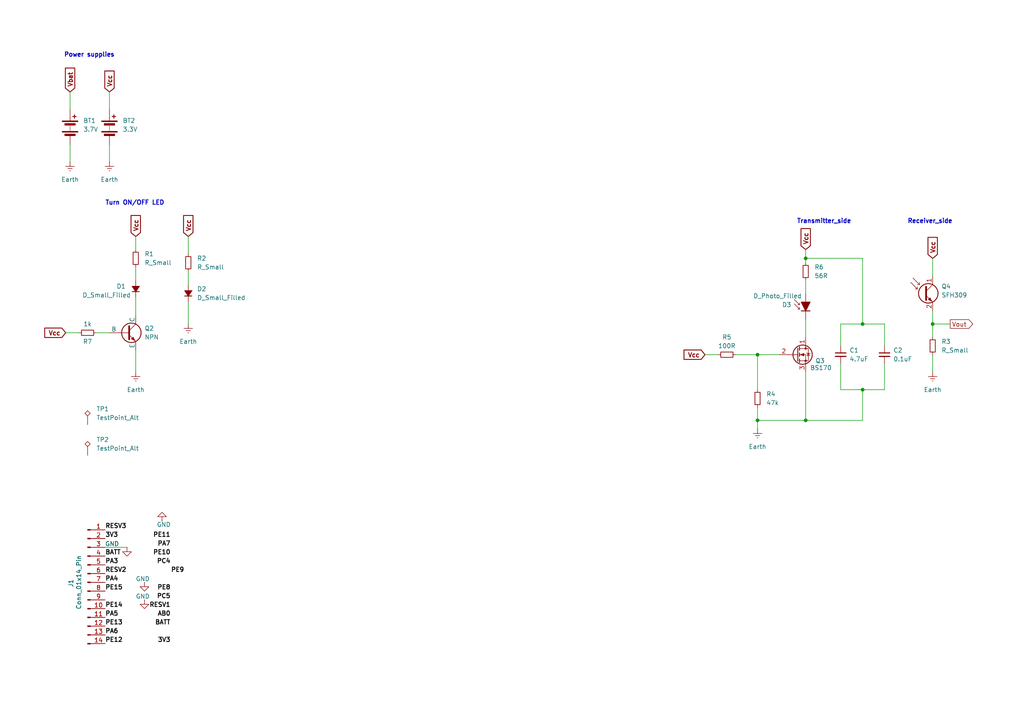
<source format=kicad_sch>
(kicad_sch
	(version 20231120)
	(generator "eeschema")
	(generator_version "8.0")
	(uuid "8c667b41-8960-40e9-8c18-e4b5ceabc81a")
	(paper "A4")
	(title_block
		(title "MM_PCB_Design")
		(date "2024-03-14")
		(rev "v01")
		(company "University of Cape Town")
		(comment 4 "Author: Sfiso Masinga")
	)
	(lib_symbols
		(symbol "Connector:Conn_01x14_Pin"
			(pin_names
				(offset 1.016) hide)
			(exclude_from_sim no)
			(in_bom yes)
			(on_board yes)
			(property "Reference" "J"
				(at 0 17.78 0)
				(effects
					(font
						(size 1.27 1.27)
					)
				)
			)
			(property "Value" "Conn_01x14_Pin"
				(at 0 -20.32 0)
				(effects
					(font
						(size 1.27 1.27)
					)
				)
			)
			(property "Footprint" ""
				(at 0 0 0)
				(effects
					(font
						(size 1.27 1.27)
					)
					(hide yes)
				)
			)
			(property "Datasheet" "~"
				(at 0 0 0)
				(effects
					(font
						(size 1.27 1.27)
					)
					(hide yes)
				)
			)
			(property "Description" "Generic connector, single row, 01x14, script generated"
				(at 0 0 0)
				(effects
					(font
						(size 1.27 1.27)
					)
					(hide yes)
				)
			)
			(property "ki_locked" ""
				(at 0 0 0)
				(effects
					(font
						(size 1.27 1.27)
					)
				)
			)
			(property "ki_keywords" "connector"
				(at 0 0 0)
				(effects
					(font
						(size 1.27 1.27)
					)
					(hide yes)
				)
			)
			(property "ki_fp_filters" "Connector*:*_1x??_*"
				(at 0 0 0)
				(effects
					(font
						(size 1.27 1.27)
					)
					(hide yes)
				)
			)
			(symbol "Conn_01x14_Pin_1_1"
				(polyline
					(pts
						(xy 1.27 -17.78) (xy 0.8636 -17.78)
					)
					(stroke
						(width 0.1524)
						(type default)
					)
					(fill
						(type none)
					)
				)
				(polyline
					(pts
						(xy 1.27 -15.24) (xy 0.8636 -15.24)
					)
					(stroke
						(width 0.1524)
						(type default)
					)
					(fill
						(type none)
					)
				)
				(polyline
					(pts
						(xy 1.27 -12.7) (xy 0.8636 -12.7)
					)
					(stroke
						(width 0.1524)
						(type default)
					)
					(fill
						(type none)
					)
				)
				(polyline
					(pts
						(xy 1.27 -10.16) (xy 0.8636 -10.16)
					)
					(stroke
						(width 0.1524)
						(type default)
					)
					(fill
						(type none)
					)
				)
				(polyline
					(pts
						(xy 1.27 -7.62) (xy 0.8636 -7.62)
					)
					(stroke
						(width 0.1524)
						(type default)
					)
					(fill
						(type none)
					)
				)
				(polyline
					(pts
						(xy 1.27 -5.08) (xy 0.8636 -5.08)
					)
					(stroke
						(width 0.1524)
						(type default)
					)
					(fill
						(type none)
					)
				)
				(polyline
					(pts
						(xy 1.27 -2.54) (xy 0.8636 -2.54)
					)
					(stroke
						(width 0.1524)
						(type default)
					)
					(fill
						(type none)
					)
				)
				(polyline
					(pts
						(xy 1.27 0) (xy 0.8636 0)
					)
					(stroke
						(width 0.1524)
						(type default)
					)
					(fill
						(type none)
					)
				)
				(polyline
					(pts
						(xy 1.27 2.54) (xy 0.8636 2.54)
					)
					(stroke
						(width 0.1524)
						(type default)
					)
					(fill
						(type none)
					)
				)
				(polyline
					(pts
						(xy 1.27 5.08) (xy 0.8636 5.08)
					)
					(stroke
						(width 0.1524)
						(type default)
					)
					(fill
						(type none)
					)
				)
				(polyline
					(pts
						(xy 1.27 7.62) (xy 0.8636 7.62)
					)
					(stroke
						(width 0.1524)
						(type default)
					)
					(fill
						(type none)
					)
				)
				(polyline
					(pts
						(xy 1.27 10.16) (xy 0.8636 10.16)
					)
					(stroke
						(width 0.1524)
						(type default)
					)
					(fill
						(type none)
					)
				)
				(polyline
					(pts
						(xy 1.27 12.7) (xy 0.8636 12.7)
					)
					(stroke
						(width 0.1524)
						(type default)
					)
					(fill
						(type none)
					)
				)
				(polyline
					(pts
						(xy 1.27 15.24) (xy 0.8636 15.24)
					)
					(stroke
						(width 0.1524)
						(type default)
					)
					(fill
						(type none)
					)
				)
				(rectangle
					(start 0.8636 -17.653)
					(end 0 -17.907)
					(stroke
						(width 0.1524)
						(type default)
					)
					(fill
						(type outline)
					)
				)
				(rectangle
					(start 0.8636 -15.113)
					(end 0 -15.367)
					(stroke
						(width 0.1524)
						(type default)
					)
					(fill
						(type outline)
					)
				)
				(rectangle
					(start 0.8636 -12.573)
					(end 0 -12.827)
					(stroke
						(width 0.1524)
						(type default)
					)
					(fill
						(type outline)
					)
				)
				(rectangle
					(start 0.8636 -10.033)
					(end 0 -10.287)
					(stroke
						(width 0.1524)
						(type default)
					)
					(fill
						(type outline)
					)
				)
				(rectangle
					(start 0.8636 -7.493)
					(end 0 -7.747)
					(stroke
						(width 0.1524)
						(type default)
					)
					(fill
						(type outline)
					)
				)
				(rectangle
					(start 0.8636 -4.953)
					(end 0 -5.207)
					(stroke
						(width 0.1524)
						(type default)
					)
					(fill
						(type outline)
					)
				)
				(rectangle
					(start 0.8636 -2.413)
					(end 0 -2.667)
					(stroke
						(width 0.1524)
						(type default)
					)
					(fill
						(type outline)
					)
				)
				(rectangle
					(start 0.8636 0.127)
					(end 0 -0.127)
					(stroke
						(width 0.1524)
						(type default)
					)
					(fill
						(type outline)
					)
				)
				(rectangle
					(start 0.8636 2.667)
					(end 0 2.413)
					(stroke
						(width 0.1524)
						(type default)
					)
					(fill
						(type outline)
					)
				)
				(rectangle
					(start 0.8636 5.207)
					(end 0 4.953)
					(stroke
						(width 0.1524)
						(type default)
					)
					(fill
						(type outline)
					)
				)
				(rectangle
					(start 0.8636 7.747)
					(end 0 7.493)
					(stroke
						(width 0.1524)
						(type default)
					)
					(fill
						(type outline)
					)
				)
				(rectangle
					(start 0.8636 10.287)
					(end 0 10.033)
					(stroke
						(width 0.1524)
						(type default)
					)
					(fill
						(type outline)
					)
				)
				(rectangle
					(start 0.8636 12.827)
					(end 0 12.573)
					(stroke
						(width 0.1524)
						(type default)
					)
					(fill
						(type outline)
					)
				)
				(rectangle
					(start 0.8636 15.367)
					(end 0 15.113)
					(stroke
						(width 0.1524)
						(type default)
					)
					(fill
						(type outline)
					)
				)
				(pin passive line
					(at 5.08 15.24 180)
					(length 3.81)
					(name "Pin_1"
						(effects
							(font
								(size 1.27 1.27)
							)
						)
					)
					(number "1"
						(effects
							(font
								(size 1.27 1.27)
							)
						)
					)
				)
				(pin passive line
					(at 5.08 -7.62 180)
					(length 3.81)
					(name "Pin_10"
						(effects
							(font
								(size 1.27 1.27)
							)
						)
					)
					(number "10"
						(effects
							(font
								(size 1.27 1.27)
							)
						)
					)
				)
				(pin passive line
					(at 5.08 -10.16 180)
					(length 3.81)
					(name "Pin_11"
						(effects
							(font
								(size 1.27 1.27)
							)
						)
					)
					(number "11"
						(effects
							(font
								(size 1.27 1.27)
							)
						)
					)
				)
				(pin passive line
					(at 5.08 -12.7 180)
					(length 3.81)
					(name "Pin_12"
						(effects
							(font
								(size 1.27 1.27)
							)
						)
					)
					(number "12"
						(effects
							(font
								(size 1.27 1.27)
							)
						)
					)
				)
				(pin passive line
					(at 5.08 -15.24 180)
					(length 3.81)
					(name "Pin_13"
						(effects
							(font
								(size 1.27 1.27)
							)
						)
					)
					(number "13"
						(effects
							(font
								(size 1.27 1.27)
							)
						)
					)
				)
				(pin passive line
					(at 5.08 -17.78 180)
					(length 3.81)
					(name "Pin_14"
						(effects
							(font
								(size 1.27 1.27)
							)
						)
					)
					(number "14"
						(effects
							(font
								(size 1.27 1.27)
							)
						)
					)
				)
				(pin passive line
					(at 5.08 12.7 180)
					(length 3.81)
					(name "Pin_2"
						(effects
							(font
								(size 1.27 1.27)
							)
						)
					)
					(number "2"
						(effects
							(font
								(size 1.27 1.27)
							)
						)
					)
				)
				(pin passive line
					(at 5.08 10.16 180)
					(length 3.81)
					(name "Pin_3"
						(effects
							(font
								(size 1.27 1.27)
							)
						)
					)
					(number "3"
						(effects
							(font
								(size 1.27 1.27)
							)
						)
					)
				)
				(pin passive line
					(at 5.08 7.62 180)
					(length 3.81)
					(name "Pin_4"
						(effects
							(font
								(size 1.27 1.27)
							)
						)
					)
					(number "4"
						(effects
							(font
								(size 1.27 1.27)
							)
						)
					)
				)
				(pin passive line
					(at 5.08 5.08 180)
					(length 3.81)
					(name "Pin_5"
						(effects
							(font
								(size 1.27 1.27)
							)
						)
					)
					(number "5"
						(effects
							(font
								(size 1.27 1.27)
							)
						)
					)
				)
				(pin passive line
					(at 5.08 2.54 180)
					(length 3.81)
					(name "Pin_6"
						(effects
							(font
								(size 1.27 1.27)
							)
						)
					)
					(number "6"
						(effects
							(font
								(size 1.27 1.27)
							)
						)
					)
				)
				(pin passive line
					(at 5.08 0 180)
					(length 3.81)
					(name "Pin_7"
						(effects
							(font
								(size 1.27 1.27)
							)
						)
					)
					(number "7"
						(effects
							(font
								(size 1.27 1.27)
							)
						)
					)
				)
				(pin passive line
					(at 5.08 -2.54 180)
					(length 3.81)
					(name "Pin_8"
						(effects
							(font
								(size 1.27 1.27)
							)
						)
					)
					(number "8"
						(effects
							(font
								(size 1.27 1.27)
							)
						)
					)
				)
				(pin passive line
					(at 5.08 -5.08 180)
					(length 3.81)
					(name "Pin_9"
						(effects
							(font
								(size 1.27 1.27)
							)
						)
					)
					(number "9"
						(effects
							(font
								(size 1.27 1.27)
							)
						)
					)
				)
			)
		)
		(symbol "Connector:TestPoint_Alt"
			(pin_numbers hide)
			(pin_names
				(offset 0.762) hide)
			(exclude_from_sim no)
			(in_bom yes)
			(on_board yes)
			(property "Reference" "TP"
				(at 0 6.858 0)
				(effects
					(font
						(size 1.27 1.27)
					)
				)
			)
			(property "Value" "TestPoint_Alt"
				(at 0 5.08 0)
				(effects
					(font
						(size 1.27 1.27)
					)
				)
			)
			(property "Footprint" ""
				(at 5.08 0 0)
				(effects
					(font
						(size 1.27 1.27)
					)
					(hide yes)
				)
			)
			(property "Datasheet" "~"
				(at 5.08 0 0)
				(effects
					(font
						(size 1.27 1.27)
					)
					(hide yes)
				)
			)
			(property "Description" "test point (alternative shape)"
				(at 0 0 0)
				(effects
					(font
						(size 1.27 1.27)
					)
					(hide yes)
				)
			)
			(property "ki_keywords" "test point tp"
				(at 0 0 0)
				(effects
					(font
						(size 1.27 1.27)
					)
					(hide yes)
				)
			)
			(property "ki_fp_filters" "Pin* Test*"
				(at 0 0 0)
				(effects
					(font
						(size 1.27 1.27)
					)
					(hide yes)
				)
			)
			(symbol "TestPoint_Alt_0_1"
				(polyline
					(pts
						(xy 0 2.54) (xy -0.762 3.302) (xy 0 4.064) (xy 0.762 3.302) (xy 0 2.54)
					)
					(stroke
						(width 0)
						(type default)
					)
					(fill
						(type none)
					)
				)
			)
			(symbol "TestPoint_Alt_1_1"
				(pin passive line
					(at 0 0 90)
					(length 2.54)
					(name "1"
						(effects
							(font
								(size 1.27 1.27)
							)
						)
					)
					(number "1"
						(effects
							(font
								(size 1.27 1.27)
							)
						)
					)
				)
			)
		)
		(symbol "Device:Battery"
			(pin_numbers hide)
			(pin_names
				(offset 0) hide)
			(exclude_from_sim no)
			(in_bom yes)
			(on_board yes)
			(property "Reference" "BT"
				(at 2.54 2.54 0)
				(effects
					(font
						(size 1.27 1.27)
					)
					(justify left)
				)
			)
			(property "Value" "Battery"
				(at 2.54 0 0)
				(effects
					(font
						(size 1.27 1.27)
					)
					(justify left)
				)
			)
			(property "Footprint" ""
				(at 0 1.524 90)
				(effects
					(font
						(size 1.27 1.27)
					)
					(hide yes)
				)
			)
			(property "Datasheet" "~"
				(at 0 1.524 90)
				(effects
					(font
						(size 1.27 1.27)
					)
					(hide yes)
				)
			)
			(property "Description" "Multiple-cell battery"
				(at 0 0 0)
				(effects
					(font
						(size 1.27 1.27)
					)
					(hide yes)
				)
			)
			(property "ki_keywords" "batt voltage-source cell"
				(at 0 0 0)
				(effects
					(font
						(size 1.27 1.27)
					)
					(hide yes)
				)
			)
			(symbol "Battery_0_1"
				(rectangle
					(start -2.286 -1.27)
					(end 2.286 -1.524)
					(stroke
						(width 0)
						(type default)
					)
					(fill
						(type outline)
					)
				)
				(rectangle
					(start -2.286 1.778)
					(end 2.286 1.524)
					(stroke
						(width 0)
						(type default)
					)
					(fill
						(type outline)
					)
				)
				(rectangle
					(start -1.524 -2.032)
					(end 1.524 -2.54)
					(stroke
						(width 0)
						(type default)
					)
					(fill
						(type outline)
					)
				)
				(rectangle
					(start -1.524 1.016)
					(end 1.524 0.508)
					(stroke
						(width 0)
						(type default)
					)
					(fill
						(type outline)
					)
				)
				(polyline
					(pts
						(xy 0 -1.016) (xy 0 -0.762)
					)
					(stroke
						(width 0)
						(type default)
					)
					(fill
						(type none)
					)
				)
				(polyline
					(pts
						(xy 0 -0.508) (xy 0 -0.254)
					)
					(stroke
						(width 0)
						(type default)
					)
					(fill
						(type none)
					)
				)
				(polyline
					(pts
						(xy 0 0) (xy 0 0.254)
					)
					(stroke
						(width 0)
						(type default)
					)
					(fill
						(type none)
					)
				)
				(polyline
					(pts
						(xy 0 1.778) (xy 0 2.54)
					)
					(stroke
						(width 0)
						(type default)
					)
					(fill
						(type none)
					)
				)
				(polyline
					(pts
						(xy 0.762 3.048) (xy 1.778 3.048)
					)
					(stroke
						(width 0.254)
						(type default)
					)
					(fill
						(type none)
					)
				)
				(polyline
					(pts
						(xy 1.27 3.556) (xy 1.27 2.54)
					)
					(stroke
						(width 0.254)
						(type default)
					)
					(fill
						(type none)
					)
				)
			)
			(symbol "Battery_1_1"
				(pin passive line
					(at 0 5.08 270)
					(length 2.54)
					(name "+"
						(effects
							(font
								(size 1.27 1.27)
							)
						)
					)
					(number "1"
						(effects
							(font
								(size 1.27 1.27)
							)
						)
					)
				)
				(pin passive line
					(at 0 -5.08 90)
					(length 2.54)
					(name "-"
						(effects
							(font
								(size 1.27 1.27)
							)
						)
					)
					(number "2"
						(effects
							(font
								(size 1.27 1.27)
							)
						)
					)
				)
			)
		)
		(symbol "Device:C_Small"
			(pin_numbers hide)
			(pin_names
				(offset 0.254) hide)
			(exclude_from_sim no)
			(in_bom yes)
			(on_board yes)
			(property "Reference" "C"
				(at 0.254 1.778 0)
				(effects
					(font
						(size 1.27 1.27)
					)
					(justify left)
				)
			)
			(property "Value" "C_Small"
				(at 0.254 -2.032 0)
				(effects
					(font
						(size 1.27 1.27)
					)
					(justify left)
				)
			)
			(property "Footprint" ""
				(at 0 0 0)
				(effects
					(font
						(size 1.27 1.27)
					)
					(hide yes)
				)
			)
			(property "Datasheet" "~"
				(at 0 0 0)
				(effects
					(font
						(size 1.27 1.27)
					)
					(hide yes)
				)
			)
			(property "Description" "Unpolarized capacitor, small symbol"
				(at 0 0 0)
				(effects
					(font
						(size 1.27 1.27)
					)
					(hide yes)
				)
			)
			(property "ki_keywords" "capacitor cap"
				(at 0 0 0)
				(effects
					(font
						(size 1.27 1.27)
					)
					(hide yes)
				)
			)
			(property "ki_fp_filters" "C_*"
				(at 0 0 0)
				(effects
					(font
						(size 1.27 1.27)
					)
					(hide yes)
				)
			)
			(symbol "C_Small_0_1"
				(polyline
					(pts
						(xy -1.524 -0.508) (xy 1.524 -0.508)
					)
					(stroke
						(width 0.3302)
						(type default)
					)
					(fill
						(type none)
					)
				)
				(polyline
					(pts
						(xy -1.524 0.508) (xy 1.524 0.508)
					)
					(stroke
						(width 0.3048)
						(type default)
					)
					(fill
						(type none)
					)
				)
			)
			(symbol "C_Small_1_1"
				(pin passive line
					(at 0 2.54 270)
					(length 2.032)
					(name "~"
						(effects
							(font
								(size 1.27 1.27)
							)
						)
					)
					(number "1"
						(effects
							(font
								(size 1.27 1.27)
							)
						)
					)
				)
				(pin passive line
					(at 0 -2.54 90)
					(length 2.032)
					(name "~"
						(effects
							(font
								(size 1.27 1.27)
							)
						)
					)
					(number "2"
						(effects
							(font
								(size 1.27 1.27)
							)
						)
					)
				)
			)
		)
		(symbol "Device:D_Photo_Filled"
			(pin_numbers hide)
			(pin_names hide)
			(exclude_from_sim no)
			(in_bom yes)
			(on_board yes)
			(property "Reference" "D"
				(at 0.508 1.778 0)
				(effects
					(font
						(size 1.27 1.27)
					)
					(justify left)
				)
			)
			(property "Value" "D_Photo_Filled"
				(at -1.016 -2.794 0)
				(effects
					(font
						(size 1.27 1.27)
					)
				)
			)
			(property "Footprint" ""
				(at -1.27 0 0)
				(effects
					(font
						(size 1.27 1.27)
					)
					(hide yes)
				)
			)
			(property "Datasheet" "~"
				(at -1.27 0 0)
				(effects
					(font
						(size 1.27 1.27)
					)
					(hide yes)
				)
			)
			(property "Description" "Photodiode, filled shape"
				(at 0 0 0)
				(effects
					(font
						(size 1.27 1.27)
					)
					(hide yes)
				)
			)
			(property "ki_keywords" "photodiode diode opto"
				(at 0 0 0)
				(effects
					(font
						(size 1.27 1.27)
					)
					(hide yes)
				)
			)
			(symbol "D_Photo_Filled_0_1"
				(polyline
					(pts
						(xy -2.54 1.27) (xy -2.54 -1.27)
					)
					(stroke
						(width 0.254)
						(type default)
					)
					(fill
						(type none)
					)
				)
				(polyline
					(pts
						(xy -2.032 1.778) (xy -1.524 1.778)
					)
					(stroke
						(width 0)
						(type default)
					)
					(fill
						(type none)
					)
				)
				(polyline
					(pts
						(xy 0 0) (xy -2.54 0)
					)
					(stroke
						(width 0)
						(type default)
					)
					(fill
						(type none)
					)
				)
				(polyline
					(pts
						(xy -0.508 3.302) (xy -2.032 1.778) (xy -2.032 2.286)
					)
					(stroke
						(width 0)
						(type default)
					)
					(fill
						(type none)
					)
				)
				(polyline
					(pts
						(xy 0 -1.27) (xy 0 1.27) (xy -2.54 0) (xy 0 -1.27)
					)
					(stroke
						(width 0.254)
						(type default)
					)
					(fill
						(type outline)
					)
				)
				(polyline
					(pts
						(xy 0.762 3.302) (xy -0.762 1.778) (xy -0.762 2.286) (xy -0.762 1.778) (xy -0.254 1.778)
					)
					(stroke
						(width 0)
						(type default)
					)
					(fill
						(type none)
					)
				)
			)
			(symbol "D_Photo_Filled_1_1"
				(pin passive line
					(at -5.08 0 0)
					(length 2.54)
					(name "K"
						(effects
							(font
								(size 1.27 1.27)
							)
						)
					)
					(number "1"
						(effects
							(font
								(size 1.27 1.27)
							)
						)
					)
				)
				(pin passive line
					(at 2.54 0 180)
					(length 2.54)
					(name "A"
						(effects
							(font
								(size 1.27 1.27)
							)
						)
					)
					(number "2"
						(effects
							(font
								(size 1.27 1.27)
							)
						)
					)
				)
			)
		)
		(symbol "Device:D_Small_Filled"
			(pin_numbers hide)
			(pin_names
				(offset 0.254) hide)
			(exclude_from_sim no)
			(in_bom yes)
			(on_board yes)
			(property "Reference" "D"
				(at -1.27 2.032 0)
				(effects
					(font
						(size 1.27 1.27)
					)
					(justify left)
				)
			)
			(property "Value" "D_Small_Filled"
				(at -3.81 -2.032 0)
				(effects
					(font
						(size 1.27 1.27)
					)
					(justify left)
				)
			)
			(property "Footprint" ""
				(at 0 0 90)
				(effects
					(font
						(size 1.27 1.27)
					)
					(hide yes)
				)
			)
			(property "Datasheet" "~"
				(at 0 0 90)
				(effects
					(font
						(size 1.27 1.27)
					)
					(hide yes)
				)
			)
			(property "Description" "Diode, small symbol, filled shape"
				(at 0 0 0)
				(effects
					(font
						(size 1.27 1.27)
					)
					(hide yes)
				)
			)
			(property "Sim.Device" "D"
				(at 0 0 0)
				(effects
					(font
						(size 1.27 1.27)
					)
					(hide yes)
				)
			)
			(property "Sim.Pins" "1=K 2=A"
				(at 0 0 0)
				(effects
					(font
						(size 1.27 1.27)
					)
					(hide yes)
				)
			)
			(property "ki_keywords" "diode"
				(at 0 0 0)
				(effects
					(font
						(size 1.27 1.27)
					)
					(hide yes)
				)
			)
			(property "ki_fp_filters" "TO-???* *_Diode_* *SingleDiode* D_*"
				(at 0 0 0)
				(effects
					(font
						(size 1.27 1.27)
					)
					(hide yes)
				)
			)
			(symbol "D_Small_Filled_0_1"
				(polyline
					(pts
						(xy -0.762 -1.016) (xy -0.762 1.016)
					)
					(stroke
						(width 0.254)
						(type default)
					)
					(fill
						(type none)
					)
				)
				(polyline
					(pts
						(xy -0.762 0) (xy 0.762 0)
					)
					(stroke
						(width 0)
						(type default)
					)
					(fill
						(type none)
					)
				)
				(polyline
					(pts
						(xy 0.762 -1.016) (xy -0.762 0) (xy 0.762 1.016) (xy 0.762 -1.016)
					)
					(stroke
						(width 0.254)
						(type default)
					)
					(fill
						(type outline)
					)
				)
			)
			(symbol "D_Small_Filled_1_1"
				(pin passive line
					(at -2.54 0 0)
					(length 1.778)
					(name "K"
						(effects
							(font
								(size 1.27 1.27)
							)
						)
					)
					(number "1"
						(effects
							(font
								(size 1.27 1.27)
							)
						)
					)
				)
				(pin passive line
					(at 2.54 0 180)
					(length 1.778)
					(name "A"
						(effects
							(font
								(size 1.27 1.27)
							)
						)
					)
					(number "2"
						(effects
							(font
								(size 1.27 1.27)
							)
						)
					)
				)
			)
		)
		(symbol "Device:R_Small"
			(pin_numbers hide)
			(pin_names
				(offset 0.254) hide)
			(exclude_from_sim no)
			(in_bom yes)
			(on_board yes)
			(property "Reference" "R"
				(at 0.762 0.508 0)
				(effects
					(font
						(size 1.27 1.27)
					)
					(justify left)
				)
			)
			(property "Value" "R_Small"
				(at 0.762 -1.016 0)
				(effects
					(font
						(size 1.27 1.27)
					)
					(justify left)
				)
			)
			(property "Footprint" ""
				(at 0 0 0)
				(effects
					(font
						(size 1.27 1.27)
					)
					(hide yes)
				)
			)
			(property "Datasheet" "~"
				(at 0 0 0)
				(effects
					(font
						(size 1.27 1.27)
					)
					(hide yes)
				)
			)
			(property "Description" "Resistor, small symbol"
				(at 0 0 0)
				(effects
					(font
						(size 1.27 1.27)
					)
					(hide yes)
				)
			)
			(property "ki_keywords" "R resistor"
				(at 0 0 0)
				(effects
					(font
						(size 1.27 1.27)
					)
					(hide yes)
				)
			)
			(property "ki_fp_filters" "R_*"
				(at 0 0 0)
				(effects
					(font
						(size 1.27 1.27)
					)
					(hide yes)
				)
			)
			(symbol "R_Small_0_1"
				(rectangle
					(start -0.762 1.778)
					(end 0.762 -1.778)
					(stroke
						(width 0.2032)
						(type default)
					)
					(fill
						(type none)
					)
				)
			)
			(symbol "R_Small_1_1"
				(pin passive line
					(at 0 2.54 270)
					(length 0.762)
					(name "~"
						(effects
							(font
								(size 1.27 1.27)
							)
						)
					)
					(number "1"
						(effects
							(font
								(size 1.27 1.27)
							)
						)
					)
				)
				(pin passive line
					(at 0 -2.54 90)
					(length 0.762)
					(name "~"
						(effects
							(font
								(size 1.27 1.27)
							)
						)
					)
					(number "2"
						(effects
							(font
								(size 1.27 1.27)
							)
						)
					)
				)
			)
		)
		(symbol "Sensor_Optical:SFH309"
			(pin_names
				(offset 0) hide)
			(exclude_from_sim no)
			(in_bom yes)
			(on_board yes)
			(property "Reference" "Q"
				(at 5.08 1.27 0)
				(effects
					(font
						(size 1.27 1.27)
					)
					(justify left)
				)
			)
			(property "Value" "SFH309"
				(at 5.08 -1.27 0)
				(effects
					(font
						(size 1.27 1.27)
					)
					(justify left)
				)
			)
			(property "Footprint" "LED_THT:LED_D3.0mm_Clear"
				(at 12.192 -3.556 0)
				(effects
					(font
						(size 1.27 1.27)
					)
					(hide yes)
				)
			)
			(property "Datasheet" "http://www.osram-os.com/Graphics/XPic2/00101811_0.pdf/SFH%20309,%20SFH%20309%20FA,%20Lead%20(Pb)%20Free%20Product%20-%20RoHS%20Compliant.pdf"
				(at 0 0 0)
				(effects
					(font
						(size 1.27 1.27)
					)
					(hide yes)
				)
			)
			(property "Description" "Phototransistor NPN"
				(at 0 0 0)
				(effects
					(font
						(size 1.27 1.27)
					)
					(hide yes)
				)
			)
			(property "ki_keywords" "npn phototransistor"
				(at 0 0 0)
				(effects
					(font
						(size 1.27 1.27)
					)
					(hide yes)
				)
			)
			(property "ki_fp_filters" "LED*3.0mm*Clear*"
				(at 0 0 0)
				(effects
					(font
						(size 1.27 1.27)
					)
					(hide yes)
				)
			)
			(symbol "SFH309_0_1"
				(polyline
					(pts
						(xy -1.905 1.27) (xy -2.54 1.27)
					)
					(stroke
						(width 0)
						(type default)
					)
					(fill
						(type none)
					)
				)
				(polyline
					(pts
						(xy -1.27 2.54) (xy -1.905 2.54)
					)
					(stroke
						(width 0)
						(type default)
					)
					(fill
						(type none)
					)
				)
				(polyline
					(pts
						(xy 0.635 0.635) (xy 2.54 2.54)
					)
					(stroke
						(width 0)
						(type default)
					)
					(fill
						(type none)
					)
				)
				(polyline
					(pts
						(xy -3.81 3.175) (xy -1.905 1.27) (xy -1.905 1.905)
					)
					(stroke
						(width 0)
						(type default)
					)
					(fill
						(type none)
					)
				)
				(polyline
					(pts
						(xy -3.175 4.445) (xy -1.27 2.54) (xy -1.27 3.175)
					)
					(stroke
						(width 0)
						(type default)
					)
					(fill
						(type none)
					)
				)
				(polyline
					(pts
						(xy 0.635 -0.635) (xy 2.54 -2.54) (xy 2.54 -2.54)
					)
					(stroke
						(width 0)
						(type default)
					)
					(fill
						(type none)
					)
				)
				(polyline
					(pts
						(xy 0.635 1.905) (xy 0.635 -1.905) (xy 0.635 -1.905)
					)
					(stroke
						(width 0.508)
						(type default)
					)
					(fill
						(type none)
					)
				)
				(polyline
					(pts
						(xy 1.27 -1.778) (xy 1.778 -1.27) (xy 2.286 -2.286) (xy 1.27 -1.778) (xy 1.27 -1.778)
					)
					(stroke
						(width 0)
						(type default)
					)
					(fill
						(type outline)
					)
				)
				(circle
					(center 1.27 0)
					(radius 2.8194)
					(stroke
						(width 0.254)
						(type default)
					)
					(fill
						(type none)
					)
				)
			)
			(symbol "SFH309_1_1"
				(pin passive line
					(at 2.54 5.08 270)
					(length 2.54)
					(name "C"
						(effects
							(font
								(size 1.27 1.27)
							)
						)
					)
					(number "1"
						(effects
							(font
								(size 1.27 1.27)
							)
						)
					)
				)
				(pin passive line
					(at 2.54 -5.08 90)
					(length 2.54)
					(name "E"
						(effects
							(font
								(size 1.27 1.27)
							)
						)
					)
					(number "2"
						(effects
							(font
								(size 1.27 1.27)
							)
						)
					)
				)
			)
		)
		(symbol "Simulation_SPICE:NPN"
			(pin_numbers hide)
			(pin_names
				(offset 0)
			)
			(exclude_from_sim no)
			(in_bom yes)
			(on_board yes)
			(property "Reference" "Q"
				(at -2.54 7.62 0)
				(effects
					(font
						(size 1.27 1.27)
					)
				)
			)
			(property "Value" "NPN"
				(at -2.54 5.08 0)
				(effects
					(font
						(size 1.27 1.27)
					)
				)
			)
			(property "Footprint" ""
				(at 63.5 0 0)
				(effects
					(font
						(size 1.27 1.27)
					)
					(hide yes)
				)
			)
			(property "Datasheet" "https://ngspice.sourceforge.io/docs/ngspice-html-manual/manual.xhtml#cha_BJTs"
				(at 63.5 0 0)
				(effects
					(font
						(size 1.27 1.27)
					)
					(hide yes)
				)
			)
			(property "Description" "Bipolar transistor symbol for simulation only, substrate tied to the emitter"
				(at 0 0 0)
				(effects
					(font
						(size 1.27 1.27)
					)
					(hide yes)
				)
			)
			(property "Sim.Device" "NPN"
				(at 0 0 0)
				(effects
					(font
						(size 1.27 1.27)
					)
					(hide yes)
				)
			)
			(property "Sim.Type" "GUMMELPOON"
				(at 0 0 0)
				(effects
					(font
						(size 1.27 1.27)
					)
					(hide yes)
				)
			)
			(property "Sim.Pins" "1=C 2=B 3=E"
				(at 0 0 0)
				(effects
					(font
						(size 1.27 1.27)
					)
					(hide yes)
				)
			)
			(property "ki_keywords" "simulation"
				(at 0 0 0)
				(effects
					(font
						(size 1.27 1.27)
					)
					(hide yes)
				)
			)
			(symbol "NPN_0_1"
				(polyline
					(pts
						(xy -2.54 0) (xy 0.635 0)
					)
					(stroke
						(width 0.1524)
						(type default)
					)
					(fill
						(type none)
					)
				)
				(polyline
					(pts
						(xy 0.635 0.635) (xy 2.54 2.54)
					)
					(stroke
						(width 0)
						(type default)
					)
					(fill
						(type none)
					)
				)
				(polyline
					(pts
						(xy 2.794 -1.27) (xy 2.794 -1.27)
					)
					(stroke
						(width 0.1524)
						(type default)
					)
					(fill
						(type none)
					)
				)
				(polyline
					(pts
						(xy 2.794 -1.27) (xy 2.794 -1.27)
					)
					(stroke
						(width 0.1524)
						(type default)
					)
					(fill
						(type none)
					)
				)
				(polyline
					(pts
						(xy 0.635 -0.635) (xy 2.54 -2.54) (xy 2.54 -2.54)
					)
					(stroke
						(width 0)
						(type default)
					)
					(fill
						(type none)
					)
				)
				(polyline
					(pts
						(xy 0.635 1.905) (xy 0.635 -1.905) (xy 0.635 -1.905)
					)
					(stroke
						(width 0.508)
						(type default)
					)
					(fill
						(type none)
					)
				)
				(polyline
					(pts
						(xy 1.27 -1.778) (xy 1.778 -1.27) (xy 2.286 -2.286) (xy 1.27 -1.778) (xy 1.27 -1.778)
					)
					(stroke
						(width 0)
						(type default)
					)
					(fill
						(type outline)
					)
				)
				(circle
					(center 1.27 0)
					(radius 2.8194)
					(stroke
						(width 0.254)
						(type default)
					)
					(fill
						(type none)
					)
				)
			)
			(symbol "NPN_1_1"
				(pin open_collector line
					(at 2.54 5.08 270)
					(length 2.54)
					(name "C"
						(effects
							(font
								(size 1.27 1.27)
							)
						)
					)
					(number "1"
						(effects
							(font
								(size 1.27 1.27)
							)
						)
					)
				)
				(pin input line
					(at -5.08 0 0)
					(length 2.54)
					(name "B"
						(effects
							(font
								(size 1.27 1.27)
							)
						)
					)
					(number "2"
						(effects
							(font
								(size 1.27 1.27)
							)
						)
					)
				)
				(pin open_emitter line
					(at 2.54 -5.08 90)
					(length 2.54)
					(name "E"
						(effects
							(font
								(size 1.27 1.27)
							)
						)
					)
					(number "3"
						(effects
							(font
								(size 1.27 1.27)
							)
						)
					)
				)
			)
		)
		(symbol "Transistor_FET:BS170"
			(pin_names hide)
			(exclude_from_sim no)
			(in_bom yes)
			(on_board yes)
			(property "Reference" "Q"
				(at 5.08 1.905 0)
				(effects
					(font
						(size 1.27 1.27)
					)
					(justify left)
				)
			)
			(property "Value" "BS170"
				(at 5.08 0 0)
				(effects
					(font
						(size 1.27 1.27)
					)
					(justify left)
				)
			)
			(property "Footprint" "Package_TO_SOT_THT:TO-92_Inline"
				(at 5.08 -1.905 0)
				(effects
					(font
						(size 1.27 1.27)
						(italic yes)
					)
					(justify left)
					(hide yes)
				)
			)
			(property "Datasheet" "https://www.onsemi.com/pub/Collateral/BS170-D.PDF"
				(at 5.08 -3.81 0)
				(effects
					(font
						(size 1.27 1.27)
					)
					(justify left)
					(hide yes)
				)
			)
			(property "Description" "0.5A Id, 60V Vds, N-Channel MOSFET, TO-92"
				(at 0 0 0)
				(effects
					(font
						(size 1.27 1.27)
					)
					(hide yes)
				)
			)
			(property "ki_keywords" "N-Channel MOSFET"
				(at 0 0 0)
				(effects
					(font
						(size 1.27 1.27)
					)
					(hide yes)
				)
			)
			(property "ki_fp_filters" "TO?92*"
				(at 0 0 0)
				(effects
					(font
						(size 1.27 1.27)
					)
					(hide yes)
				)
			)
			(symbol "BS170_0_1"
				(polyline
					(pts
						(xy 0.254 0) (xy -2.54 0)
					)
					(stroke
						(width 0)
						(type default)
					)
					(fill
						(type none)
					)
				)
				(polyline
					(pts
						(xy 0.254 1.905) (xy 0.254 -1.905)
					)
					(stroke
						(width 0.254)
						(type default)
					)
					(fill
						(type none)
					)
				)
				(polyline
					(pts
						(xy 0.762 -1.27) (xy 0.762 -2.286)
					)
					(stroke
						(width 0.254)
						(type default)
					)
					(fill
						(type none)
					)
				)
				(polyline
					(pts
						(xy 0.762 0.508) (xy 0.762 -0.508)
					)
					(stroke
						(width 0.254)
						(type default)
					)
					(fill
						(type none)
					)
				)
				(polyline
					(pts
						(xy 0.762 2.286) (xy 0.762 1.27)
					)
					(stroke
						(width 0.254)
						(type default)
					)
					(fill
						(type none)
					)
				)
				(polyline
					(pts
						(xy 2.54 2.54) (xy 2.54 1.778)
					)
					(stroke
						(width 0)
						(type default)
					)
					(fill
						(type none)
					)
				)
				(polyline
					(pts
						(xy 2.54 -2.54) (xy 2.54 0) (xy 0.762 0)
					)
					(stroke
						(width 0)
						(type default)
					)
					(fill
						(type none)
					)
				)
				(polyline
					(pts
						(xy 0.762 -1.778) (xy 3.302 -1.778) (xy 3.302 1.778) (xy 0.762 1.778)
					)
					(stroke
						(width 0)
						(type default)
					)
					(fill
						(type none)
					)
				)
				(polyline
					(pts
						(xy 1.016 0) (xy 2.032 0.381) (xy 2.032 -0.381) (xy 1.016 0)
					)
					(stroke
						(width 0)
						(type default)
					)
					(fill
						(type outline)
					)
				)
				(polyline
					(pts
						(xy 2.794 0.508) (xy 2.921 0.381) (xy 3.683 0.381) (xy 3.81 0.254)
					)
					(stroke
						(width 0)
						(type default)
					)
					(fill
						(type none)
					)
				)
				(polyline
					(pts
						(xy 3.302 0.381) (xy 2.921 -0.254) (xy 3.683 -0.254) (xy 3.302 0.381)
					)
					(stroke
						(width 0)
						(type default)
					)
					(fill
						(type none)
					)
				)
				(circle
					(center 1.651 0)
					(radius 2.794)
					(stroke
						(width 0.254)
						(type default)
					)
					(fill
						(type none)
					)
				)
				(circle
					(center 2.54 -1.778)
					(radius 0.254)
					(stroke
						(width 0)
						(type default)
					)
					(fill
						(type outline)
					)
				)
				(circle
					(center 2.54 1.778)
					(radius 0.254)
					(stroke
						(width 0)
						(type default)
					)
					(fill
						(type outline)
					)
				)
			)
			(symbol "BS170_1_1"
				(pin passive line
					(at 2.54 5.08 270)
					(length 2.54)
					(name "D"
						(effects
							(font
								(size 1.27 1.27)
							)
						)
					)
					(number "1"
						(effects
							(font
								(size 1.27 1.27)
							)
						)
					)
				)
				(pin input line
					(at -5.08 0 0)
					(length 2.54)
					(name "G"
						(effects
							(font
								(size 1.27 1.27)
							)
						)
					)
					(number "2"
						(effects
							(font
								(size 1.27 1.27)
							)
						)
					)
				)
				(pin passive line
					(at 2.54 -5.08 90)
					(length 2.54)
					(name "S"
						(effects
							(font
								(size 1.27 1.27)
							)
						)
					)
					(number "3"
						(effects
							(font
								(size 1.27 1.27)
							)
						)
					)
				)
			)
		)
		(symbol "power:Earth"
			(power)
			(pin_numbers hide)
			(pin_names
				(offset 0) hide)
			(exclude_from_sim no)
			(in_bom yes)
			(on_board yes)
			(property "Reference" "#PWR"
				(at 0 -6.35 0)
				(effects
					(font
						(size 1.27 1.27)
					)
					(hide yes)
				)
			)
			(property "Value" "Earth"
				(at 0 -3.81 0)
				(effects
					(font
						(size 1.27 1.27)
					)
				)
			)
			(property "Footprint" ""
				(at 0 0 0)
				(effects
					(font
						(size 1.27 1.27)
					)
					(hide yes)
				)
			)
			(property "Datasheet" "~"
				(at 0 0 0)
				(effects
					(font
						(size 1.27 1.27)
					)
					(hide yes)
				)
			)
			(property "Description" "Power symbol creates a global label with name \"Earth\""
				(at 0 0 0)
				(effects
					(font
						(size 1.27 1.27)
					)
					(hide yes)
				)
			)
			(property "ki_keywords" "global ground gnd"
				(at 0 0 0)
				(effects
					(font
						(size 1.27 1.27)
					)
					(hide yes)
				)
			)
			(symbol "Earth_0_1"
				(polyline
					(pts
						(xy -0.635 -1.905) (xy 0.635 -1.905)
					)
					(stroke
						(width 0)
						(type default)
					)
					(fill
						(type none)
					)
				)
				(polyline
					(pts
						(xy -0.127 -2.54) (xy 0.127 -2.54)
					)
					(stroke
						(width 0)
						(type default)
					)
					(fill
						(type none)
					)
				)
				(polyline
					(pts
						(xy 0 -1.27) (xy 0 0)
					)
					(stroke
						(width 0)
						(type default)
					)
					(fill
						(type none)
					)
				)
				(polyline
					(pts
						(xy 1.27 -1.27) (xy -1.27 -1.27)
					)
					(stroke
						(width 0)
						(type default)
					)
					(fill
						(type none)
					)
				)
			)
			(symbol "Earth_1_1"
				(pin power_in line
					(at 0 0 270)
					(length 0)
					(name "~"
						(effects
							(font
								(size 1.27 1.27)
							)
						)
					)
					(number "1"
						(effects
							(font
								(size 1.27 1.27)
							)
						)
					)
				)
			)
		)
		(symbol "power:GND"
			(power)
			(pin_numbers hide)
			(pin_names
				(offset 0) hide)
			(exclude_from_sim no)
			(in_bom yes)
			(on_board yes)
			(property "Reference" "#PWR"
				(at 0 -6.35 0)
				(effects
					(font
						(size 1.27 1.27)
					)
					(hide yes)
				)
			)
			(property "Value" "GND"
				(at 0 -3.81 0)
				(effects
					(font
						(size 1.27 1.27)
					)
				)
			)
			(property "Footprint" ""
				(at 0 0 0)
				(effects
					(font
						(size 1.27 1.27)
					)
					(hide yes)
				)
			)
			(property "Datasheet" ""
				(at 0 0 0)
				(effects
					(font
						(size 1.27 1.27)
					)
					(hide yes)
				)
			)
			(property "Description" "Power symbol creates a global label with name \"GND\" , ground"
				(at 0 0 0)
				(effects
					(font
						(size 1.27 1.27)
					)
					(hide yes)
				)
			)
			(property "ki_keywords" "global power"
				(at 0 0 0)
				(effects
					(font
						(size 1.27 1.27)
					)
					(hide yes)
				)
			)
			(symbol "GND_0_1"
				(polyline
					(pts
						(xy 0 0) (xy 0 -1.27) (xy 1.27 -1.27) (xy 0 -2.54) (xy -1.27 -1.27) (xy 0 -1.27)
					)
					(stroke
						(width 0)
						(type default)
					)
					(fill
						(type none)
					)
				)
			)
			(symbol "GND_1_1"
				(pin power_in line
					(at 0 0 270)
					(length 0)
					(name "~"
						(effects
							(font
								(size 1.27 1.27)
							)
						)
					)
					(number "1"
						(effects
							(font
								(size 1.27 1.27)
							)
						)
					)
				)
			)
		)
	)
	(junction
		(at 219.71 102.87)
		(diameter 0)
		(color 0 0 0 0)
		(uuid "06ae0be9-3bd4-4b4b-bfec-0478bcf8a70d")
	)
	(junction
		(at 233.68 74.93)
		(diameter 0)
		(color 0 0 0 0)
		(uuid "0bb36514-4fd3-4ae2-a246-b301b0efe51f")
	)
	(junction
		(at 250.19 93.98)
		(diameter 0)
		(color 0 0 0 0)
		(uuid "1852c503-b616-4b92-9362-16df9127708a")
	)
	(junction
		(at 233.68 121.92)
		(diameter 0)
		(color 0 0 0 0)
		(uuid "69ebdde7-4929-4061-a2dc-0fad8d04dc9a")
	)
	(junction
		(at 270.51 93.98)
		(diameter 0)
		(color 0 0 0 0)
		(uuid "866884fb-766b-4b48-9897-58a6e2951145")
	)
	(junction
		(at 250.19 113.03)
		(diameter 0)
		(color 0 0 0 0)
		(uuid "a11ca1bf-ea1f-4fd0-b5a7-4c1f879c274a")
	)
	(junction
		(at 219.71 121.92)
		(diameter 0)
		(color 0 0 0 0)
		(uuid "b93dd038-4d3c-45db-8718-7242286db09b")
	)
	(wire
		(pts
			(xy 250.19 121.92) (xy 233.68 121.92)
		)
		(stroke
			(width 0)
			(type default)
		)
		(uuid "0503059a-c1db-4835-b2db-c0e29610f59d")
	)
	(wire
		(pts
			(xy 31.75 26.67) (xy 31.75 31.75)
		)
		(stroke
			(width 0)
			(type default)
		)
		(uuid "0cb02845-f11f-4ff4-84d3-0a460f36a977")
	)
	(wire
		(pts
			(xy 213.36 102.87) (xy 219.71 102.87)
		)
		(stroke
			(width 0)
			(type default)
		)
		(uuid "0d5247cc-b0b3-4b94-bf4a-6dadbfabc208")
	)
	(wire
		(pts
			(xy 256.54 113.03) (xy 250.19 113.03)
		)
		(stroke
			(width 0)
			(type default)
		)
		(uuid "0ec1d6b7-9b29-446c-9314-81d849938a3e")
	)
	(wire
		(pts
			(xy 39.37 68.58) (xy 39.37 72.39)
		)
		(stroke
			(width 0)
			(type default)
		)
		(uuid "24ba99a0-8350-4bf2-9355-83236bcef937")
	)
	(wire
		(pts
			(xy 243.84 100.33) (xy 243.84 93.98)
		)
		(stroke
			(width 0)
			(type default)
		)
		(uuid "27ce5ff3-b4bc-4861-9047-49529a807f97")
	)
	(wire
		(pts
			(xy 219.71 121.92) (xy 233.68 121.92)
		)
		(stroke
			(width 0)
			(type default)
		)
		(uuid "396f7bfb-495f-444a-bcba-62e116666915")
	)
	(wire
		(pts
			(xy 250.19 113.03) (xy 250.19 121.92)
		)
		(stroke
			(width 0)
			(type default)
		)
		(uuid "467c1ca9-0e05-49f6-9085-9299f3251ed7")
	)
	(wire
		(pts
			(xy 233.68 92.71) (xy 233.68 97.79)
		)
		(stroke
			(width 0)
			(type default)
		)
		(uuid "59d188ff-b8c5-464a-bc8d-3f39021ca2ac")
	)
	(wire
		(pts
			(xy 243.84 105.41) (xy 243.84 113.03)
		)
		(stroke
			(width 0)
			(type default)
		)
		(uuid "5c83deb9-c9c0-45b4-99ff-58b4459e52da")
	)
	(wire
		(pts
			(xy 219.71 118.11) (xy 219.71 121.92)
		)
		(stroke
			(width 0)
			(type default)
		)
		(uuid "5f4855ec-db74-4a97-ad3b-561f441f72e3")
	)
	(wire
		(pts
			(xy 250.19 93.98) (xy 256.54 93.98)
		)
		(stroke
			(width 0)
			(type default)
		)
		(uuid "69db0c44-cdba-4b07-9a60-a5c20e04a800")
	)
	(wire
		(pts
			(xy 31.75 41.91) (xy 31.75 46.99)
		)
		(stroke
			(width 0)
			(type default)
		)
		(uuid "6a671d1c-46fe-4409-ae05-89e1278272f2")
	)
	(wire
		(pts
			(xy 243.84 93.98) (xy 250.19 93.98)
		)
		(stroke
			(width 0)
			(type default)
		)
		(uuid "6b3cad3d-6cab-432b-9218-26f583753243")
	)
	(wire
		(pts
			(xy 270.51 93.98) (xy 270.51 97.79)
		)
		(stroke
			(width 0)
			(type default)
		)
		(uuid "6cd4468e-0b74-4784-a0bf-32afcfd6b52d")
	)
	(wire
		(pts
			(xy 219.71 102.87) (xy 219.71 113.03)
		)
		(stroke
			(width 0)
			(type default)
		)
		(uuid "6e86be35-5696-4359-9bb9-698bd66c8517")
	)
	(wire
		(pts
			(xy 233.68 74.93) (xy 233.68 76.2)
		)
		(stroke
			(width 0)
			(type default)
		)
		(uuid "7506eb49-014c-4ef3-a5b4-c3ad10b01bed")
	)
	(wire
		(pts
			(xy 256.54 93.98) (xy 256.54 100.33)
		)
		(stroke
			(width 0)
			(type default)
		)
		(uuid "754c2a42-2ce1-46bd-a96e-b9538c1af2ab")
	)
	(wire
		(pts
			(xy 270.51 102.87) (xy 270.51 107.95)
		)
		(stroke
			(width 0)
			(type default)
		)
		(uuid "7734cf9e-8c5d-4681-90ba-43860d9e589e")
	)
	(wire
		(pts
			(xy 27.94 96.52) (xy 31.75 96.52)
		)
		(stroke
			(width 0)
			(type default)
		)
		(uuid "7d52304f-4533-4bf9-8e2a-67fa7182ff1c")
	)
	(wire
		(pts
			(xy 270.51 93.98) (xy 275.59 93.98)
		)
		(stroke
			(width 0)
			(type default)
		)
		(uuid "7f5f1a3a-de50-4e3c-82cd-33ea7be73267")
	)
	(wire
		(pts
			(xy 20.32 41.91) (xy 20.32 46.99)
		)
		(stroke
			(width 0)
			(type default)
		)
		(uuid "8005804d-82d3-4d51-a624-75bfd63924a1")
	)
	(wire
		(pts
			(xy 19.05 96.52) (xy 22.86 96.52)
		)
		(stroke
			(width 0)
			(type default)
		)
		(uuid "829477ae-9122-43ea-b9fb-1cc0aa667a43")
	)
	(wire
		(pts
			(xy 39.37 86.36) (xy 39.37 91.44)
		)
		(stroke
			(width 0)
			(type default)
		)
		(uuid "842d62f6-bbd5-4c5d-96a2-b9115fb20349")
	)
	(wire
		(pts
			(xy 270.51 90.17) (xy 270.51 93.98)
		)
		(stroke
			(width 0)
			(type default)
		)
		(uuid "88a70d04-2f04-4ebd-963c-61ba47d6a059")
	)
	(wire
		(pts
			(xy 233.68 107.95) (xy 233.68 121.92)
		)
		(stroke
			(width 0)
			(type default)
		)
		(uuid "978e1091-f8b7-419b-93a9-3dd735906c31")
	)
	(wire
		(pts
			(xy 20.32 26.67) (xy 20.32 31.75)
		)
		(stroke
			(width 0)
			(type default)
		)
		(uuid "a1ad3096-1cad-4189-a2dd-03d01ad64e58")
	)
	(wire
		(pts
			(xy 54.61 68.58) (xy 54.61 73.66)
		)
		(stroke
			(width 0)
			(type default)
		)
		(uuid "a59c209a-4e31-4ad9-a9b7-602ad0b8de20")
	)
	(wire
		(pts
			(xy 54.61 87.63) (xy 54.61 93.98)
		)
		(stroke
			(width 0)
			(type default)
		)
		(uuid "a94d70e3-8368-44ed-9947-10dfd99a3fd8")
	)
	(wire
		(pts
			(xy 204.47 102.87) (xy 208.28 102.87)
		)
		(stroke
			(width 0)
			(type default)
		)
		(uuid "a95bf71d-5e92-44a4-995c-d70a3d3480d3")
	)
	(wire
		(pts
			(xy 250.19 113.03) (xy 243.84 113.03)
		)
		(stroke
			(width 0)
			(type default)
		)
		(uuid "abfe42e5-1e4e-4c87-9d86-49d8b34204cc")
	)
	(wire
		(pts
			(xy 54.61 78.74) (xy 54.61 82.55)
		)
		(stroke
			(width 0)
			(type default)
		)
		(uuid "b28b98f0-835a-4aa5-b904-8d791f04fd1f")
	)
	(wire
		(pts
			(xy 256.54 105.41) (xy 256.54 113.03)
		)
		(stroke
			(width 0)
			(type default)
		)
		(uuid "bfe1dc96-44bc-491f-b69b-c3f0e0e27c74")
	)
	(wire
		(pts
			(xy 233.68 81.28) (xy 233.68 85.09)
		)
		(stroke
			(width 0)
			(type default)
		)
		(uuid "c14e709b-e550-48d2-b3db-c6315eb2af81")
	)
	(wire
		(pts
			(xy 250.19 74.93) (xy 233.68 74.93)
		)
		(stroke
			(width 0)
			(type default)
		)
		(uuid "c9fe9929-a8e2-4eb6-8d9f-9e5d7a3df764")
	)
	(wire
		(pts
			(xy 219.71 121.92) (xy 219.71 124.46)
		)
		(stroke
			(width 0)
			(type default)
		)
		(uuid "ce51ea6d-e34e-4951-a840-59790d841754")
	)
	(wire
		(pts
			(xy 39.37 101.6) (xy 39.37 107.95)
		)
		(stroke
			(width 0)
			(type default)
		)
		(uuid "cfea3d10-ec74-4b9c-84c8-963c0cebbd9b")
	)
	(wire
		(pts
			(xy 39.37 77.47) (xy 39.37 81.28)
		)
		(stroke
			(width 0)
			(type default)
		)
		(uuid "d411309c-c574-4043-813e-618fef24febd")
	)
	(wire
		(pts
			(xy 270.51 74.93) (xy 270.51 80.01)
		)
		(stroke
			(width 0)
			(type default)
		)
		(uuid "ddfecfc8-bbc7-47d6-af44-2751ecf8070b")
	)
	(wire
		(pts
			(xy 250.19 93.98) (xy 250.19 74.93)
		)
		(stroke
			(width 0)
			(type default)
		)
		(uuid "e89817c2-cc32-43d8-8cd2-424df88dd212")
	)
	(wire
		(pts
			(xy 30.48 158.75) (xy 36.83 158.75)
		)
		(stroke
			(width 0)
			(type default)
		)
		(uuid "f6de1a07-3ab6-4cd9-ae5e-6dd7d34d0279")
	)
	(wire
		(pts
			(xy 233.68 72.39) (xy 233.68 74.93)
		)
		(stroke
			(width 0)
			(type default)
		)
		(uuid "fafb353e-812c-4735-8f01-e25368cc8014")
	)
	(wire
		(pts
			(xy 219.71 102.87) (xy 226.06 102.87)
		)
		(stroke
			(width 0)
			(type default)
		)
		(uuid "feb6ac81-00a2-437f-a6d5-21ea4d729252")
	)
	(text "Receiver_side"
		(exclude_from_sim no)
		(at 269.748 64.262 0)
		(effects
			(font
				(size 1.27 1.27)
				(bold yes)
			)
		)
		(uuid "39014c6d-a908-4df2-905e-6887639e1a9a")
	)
	(text "Transmitter_side"
		(exclude_from_sim no)
		(at 239.014 64.262 0)
		(effects
			(font
				(size 1.27 1.27)
				(thickness 0.254)
				(bold yes)
			)
		)
		(uuid "6791c2ff-6098-4afa-8b9f-afae315179e7")
	)
	(text "Turn ON/OFF LED"
		(exclude_from_sim no)
		(at 39.116 58.928 0)
		(effects
			(font
				(size 1.27 1.27)
				(bold yes)
			)
		)
		(uuid "c4133da2-b84b-4b78-8547-e7404cc0b15a")
	)
	(text "Power supplies"
		(exclude_from_sim no)
		(at 25.908 16.002 0)
		(effects
			(font
				(size 1.27 1.27)
				(bold yes)
			)
		)
		(uuid "d6bc233b-870b-48ea-aa04-69d53c57c989")
	)
	(label "PA6"
		(at 30.48 184.15 0)
		(fields_autoplaced yes)
		(effects
			(font
				(size 1.27 1.27)
				(bold yes)
			)
			(justify left bottom)
		)
		(uuid "0153fad0-08b5-47ee-8160-25fb05ed8d88")
	)
	(label "PA5"
		(at 30.48 179.07 0)
		(fields_autoplaced yes)
		(effects
			(font
				(size 1.27 1.27)
				(bold yes)
			)
			(justify left bottom)
		)
		(uuid "01a7abbf-d034-42f5-a708-e558b4ea90c9")
	)
	(label "PE9"
		(at 49.53 166.37 0)
		(fields_autoplaced yes)
		(effects
			(font
				(size 1.27 1.27)
				(bold yes)
			)
			(justify left bottom)
		)
		(uuid "07496c7b-9a7b-4da6-b6e5-9f68c736daac")
	)
	(label "RESV2"
		(at 30.48 166.37 0)
		(fields_autoplaced yes)
		(effects
			(font
				(size 1.27 1.27)
				(bold yes)
			)
			(justify left bottom)
		)
		(uuid "0aab5716-6379-4263-a017-82d0d0dc16d2")
	)
	(label "PE14"
		(at 30.48 176.53 0)
		(fields_autoplaced yes)
		(effects
			(font
				(size 1.27 1.27)
				(bold yes)
			)
			(justify left bottom)
		)
		(uuid "0d552825-b9df-44c5-b2f9-61a8d6b295dc")
	)
	(label "PE11"
		(at 49.53 156.21 180)
		(fields_autoplaced yes)
		(effects
			(font
				(size 1.27 1.27)
				(bold yes)
			)
			(justify right bottom)
		)
		(uuid "0e6174bc-97a9-4941-b28e-6a8b5ac0e038")
	)
	(label "PC4"
		(at 49.53 163.83 180)
		(fields_autoplaced yes)
		(effects
			(font
				(size 1.27 1.27)
				(bold yes)
			)
			(justify right bottom)
		)
		(uuid "2ed818d0-ac5d-472c-b6de-468a78af2f8c")
	)
	(label "PA7"
		(at 49.53 158.75 180)
		(fields_autoplaced yes)
		(effects
			(font
				(size 1.27 1.27)
				(bold yes)
			)
			(justify right bottom)
		)
		(uuid "5b596bf0-02a1-4d52-ad82-df66b4151f74")
	)
	(label "PE15"
		(at 30.48 171.45 0)
		(fields_autoplaced yes)
		(effects
			(font
				(size 1.27 1.27)
				(bold yes)
			)
			(justify left bottom)
		)
		(uuid "60f3929d-7c3c-4efe-844c-3c8f75871680")
	)
	(label "RESV3 "
		(at 30.48 153.67 0)
		(fields_autoplaced yes)
		(effects
			(font
				(size 1.27 1.27)
				(bold yes)
			)
			(justify left bottom)
		)
		(uuid "636b065f-59a6-48f8-bd14-b719feeb3534")
	)
	(label "PE13"
		(at 30.48 181.61 0)
		(fields_autoplaced yes)
		(effects
			(font
				(size 1.27 1.27)
				(bold yes)
			)
			(justify left bottom)
		)
		(uuid "744db05a-9f0e-4c0d-8994-f3e183e52be4")
	)
	(label "3V3"
		(at 49.53 186.69 180)
		(fields_autoplaced yes)
		(effects
			(font
				(size 1.27 1.27)
				(bold yes)
			)
			(justify right bottom)
		)
		(uuid "79e2e831-bbba-40b5-88a7-e908482f6ffa")
	)
	(label "PE12"
		(at 30.48 186.69 0)
		(fields_autoplaced yes)
		(effects
			(font
				(size 1.27 1.27)
				(bold yes)
			)
			(justify left bottom)
		)
		(uuid "80c5d128-8b85-461a-ad9f-75d195308f9a")
	)
	(label "RESV1"
		(at 49.53 176.53 180)
		(fields_autoplaced yes)
		(effects
			(font
				(size 1.27 1.27)
				(bold yes)
			)
			(justify right bottom)
		)
		(uuid "90d0009e-1438-48e5-806f-e9dda9e77b98")
	)
	(label "PE8"
		(at 49.53 171.45 180)
		(fields_autoplaced yes)
		(effects
			(font
				(size 1.27 1.27)
				(bold yes)
			)
			(justify right bottom)
		)
		(uuid "981b4c00-c1da-4bf7-abdf-f567054ac72b")
	)
	(label "BATT"
		(at 30.48 161.29 0)
		(fields_autoplaced yes)
		(effects
			(font
				(size 1.27 1.27)
				(bold yes)
			)
			(justify left bottom)
		)
		(uuid "a3e73f8a-8e74-424a-9759-2492ec792389")
	)
	(label "AB0"
		(at 49.53 179.07 180)
		(fields_autoplaced yes)
		(effects
			(font
				(size 1.27 1.27)
				(bold yes)
			)
			(justify right bottom)
		)
		(uuid "a621ff4d-6d4b-4af0-be2d-5a9fe2b0d535")
	)
	(label "PC5"
		(at 49.53 173.99 180)
		(fields_autoplaced yes)
		(effects
			(font
				(size 1.27 1.27)
				(bold yes)
			)
			(justify right bottom)
		)
		(uuid "b110d430-f5af-4d33-92a1-4ba03e6f4c9f")
	)
	(label "3V3"
		(at 30.48 156.21 0)
		(fields_autoplaced yes)
		(effects
			(font
				(size 1.27 1.27)
				(bold yes)
			)
			(justify left bottom)
		)
		(uuid "ce2ef463-54d6-4da8-9e8e-93a6f2ad1d08")
	)
	(label "PE10"
		(at 49.53 161.29 180)
		(fields_autoplaced yes)
		(effects
			(font
				(size 1.27 1.27)
				(bold yes)
			)
			(justify right bottom)
		)
		(uuid "d46915c7-23de-4089-ab4b-483d6f2e6136")
	)
	(label "PA3"
		(at 30.48 163.83 0)
		(fields_autoplaced yes)
		(effects
			(font
				(size 1.27 1.27)
				(bold yes)
			)
			(justify left bottom)
		)
		(uuid "e88243d8-3fb0-4424-951d-4ae0bc342094")
	)
	(label "BATT"
		(at 49.53 181.61 180)
		(fields_autoplaced yes)
		(effects
			(font
				(size 1.27 1.27)
				(bold yes)
			)
			(justify right bottom)
		)
		(uuid "f0974d5d-c35f-4fd9-8c35-86705200a7cd")
	)
	(label "PA4"
		(at 30.48 168.91 0)
		(fields_autoplaced yes)
		(effects
			(font
				(size 1.27 1.27)
				(bold yes)
			)
			(justify left bottom)
		)
		(uuid "f483560c-a736-4416-aa70-9cc08b0b7c80")
	)
	(global_label "Vcc"
		(shape input)
		(at 54.61 68.58 90)
		(fields_autoplaced yes)
		(effects
			(font
				(size 1.27 1.27)
				(bold yes)
			)
			(justify left)
		)
		(uuid "481badd8-d48f-4247-966d-8f62344f98fe")
		(property "Intersheetrefs" "${INTERSHEET_REFS}"
			(at 54.61 61.853 90)
			(effects
				(font
					(size 1.27 1.27)
				)
				(justify left)
				(hide yes)
			)
		)
	)
	(global_label "Vout"
		(shape output)
		(at 275.59 93.98 0)
		(fields_autoplaced yes)
		(effects
			(font
				(size 1.27 1.27)
			)
			(justify left)
		)
		(uuid "88d8e161-3dc5-4f8b-9d16-beca616bd583")
		(property "Intersheetrefs" "${INTERSHEET_REFS}"
			(at 282.6875 93.98 0)
			(effects
				(font
					(size 1.27 1.27)
				)
				(justify left)
				(hide yes)
			)
		)
	)
	(global_label "Vcc"
		(shape input)
		(at 204.47 102.87 180)
		(fields_autoplaced yes)
		(effects
			(font
				(size 1.27 1.27)
				(bold yes)
			)
			(justify right)
		)
		(uuid "89ec153f-96d6-4a07-a29b-198e75f12f3a")
		(property "Intersheetrefs" "${INTERSHEET_REFS}"
			(at 197.743 102.87 0)
			(effects
				(font
					(size 1.27 1.27)
				)
				(justify right)
				(hide yes)
			)
		)
	)
	(global_label "Vcc"
		(shape input)
		(at 233.68 72.39 90)
		(fields_autoplaced yes)
		(effects
			(font
				(size 1.27 1.27)
				(bold yes)
			)
			(justify left)
		)
		(uuid "bd89559d-ca4c-4c3d-9390-d9a94af8e14a")
		(property "Intersheetrefs" "${INTERSHEET_REFS}"
			(at 233.68 65.663 90)
			(effects
				(font
					(size 1.27 1.27)
				)
				(justify left)
				(hide yes)
			)
		)
	)
	(global_label "Vcc"
		(shape input)
		(at 270.51 74.93 90)
		(fields_autoplaced yes)
		(effects
			(font
				(size 1.27 1.27)
				(bold yes)
			)
			(justify left)
		)
		(uuid "def3d09c-a707-4821-8cd3-eb3cdb367c09")
		(property "Intersheetrefs" "${INTERSHEET_REFS}"
			(at 270.51 68.203 90)
			(effects
				(font
					(size 1.27 1.27)
				)
				(justify left)
				(hide yes)
			)
		)
	)
	(global_label "Vcc"
		(shape input)
		(at 19.05 96.52 180)
		(fields_autoplaced yes)
		(effects
			(font
				(size 1.27 1.27)
				(bold yes)
			)
			(justify right)
		)
		(uuid "e84918b4-4534-48e0-ba6e-6552df4b78be")
		(property "Intersheetrefs" "${INTERSHEET_REFS}"
			(at 12.323 96.52 0)
			(effects
				(font
					(size 1.27 1.27)
				)
				(justify right)
				(hide yes)
			)
		)
	)
	(global_label "Vcc"
		(shape input)
		(at 31.75 26.67 90)
		(fields_autoplaced yes)
		(effects
			(font
				(size 1.27 1.27)
				(bold yes)
			)
			(justify left)
		)
		(uuid "ea9e514a-75fd-4f8f-b515-581410ce7eb1")
		(property "Intersheetrefs" "${INTERSHEET_REFS}"
			(at 31.75 19.943 90)
			(effects
				(font
					(size 1.27 1.27)
				)
				(justify left)
				(hide yes)
			)
		)
	)
	(global_label "Vcc"
		(shape input)
		(at 39.37 68.58 90)
		(fields_autoplaced yes)
		(effects
			(font
				(size 1.27 1.27)
				(bold yes)
			)
			(justify left)
		)
		(uuid "ed465583-1f15-44dc-9723-58f0a15177ac")
		(property "Intersheetrefs" "${INTERSHEET_REFS}"
			(at 39.37 61.853 90)
			(effects
				(font
					(size 1.27 1.27)
				)
				(justify left)
				(hide yes)
			)
		)
	)
	(global_label "Vbat"
		(shape input)
		(at 20.32 26.67 90)
		(fields_autoplaced yes)
		(effects
			(font
				(size 1.27 1.27)
				(bold yes)
			)
			(justify left)
		)
		(uuid "fabf7355-8f1a-4ae7-a8e6-d52eda67e8a8")
		(property "Intersheetrefs" "${INTERSHEET_REFS}"
			(at 20.32 19.0965 90)
			(effects
				(font
					(size 1.27 1.27)
				)
				(justify left)
				(hide yes)
			)
		)
	)
	(symbol
		(lib_id "Device:R_Small")
		(at 219.71 115.57 0)
		(unit 1)
		(exclude_from_sim no)
		(in_bom yes)
		(on_board yes)
		(dnp no)
		(fields_autoplaced yes)
		(uuid "09d4473d-5f0b-40b2-b2e5-82458a217598")
		(property "Reference" "R4"
			(at 222.25 114.2999 0)
			(effects
				(font
					(size 1.27 1.27)
				)
				(justify left)
			)
		)
		(property "Value" "47k"
			(at 222.25 116.8399 0)
			(effects
				(font
					(size 1.27 1.27)
				)
				(justify left)
			)
		)
		(property "Footprint" "Resistor_SMD:R_0805_2012Metric_Pad1.20x1.40mm_HandSolder"
			(at 219.71 115.57 0)
			(effects
				(font
					(size 1.27 1.27)
				)
				(hide yes)
			)
		)
		(property "Datasheet" "~"
			(at 219.71 115.57 0)
			(effects
				(font
					(size 1.27 1.27)
				)
				(hide yes)
			)
		)
		(property "Description" "Resistor, small symbol"
			(at 219.71 115.57 0)
			(effects
				(font
					(size 1.27 1.27)
				)
				(hide yes)
			)
		)
		(pin "1"
			(uuid "3556b50c-f938-449b-b8fc-eb5f4fdd3fc7")
		)
		(pin "2"
			(uuid "dbf0aca2-e6d5-4145-925d-b6fd9f43f3e4")
		)
		(instances
			(project "EEE3088F PCB Design"
				(path "/8c667b41-8960-40e9-8c18-e4b5ceabc81a"
					(reference "R4")
					(unit 1)
				)
			)
		)
	)
	(symbol
		(lib_id "Device:D_Small_Filled")
		(at 39.37 83.82 90)
		(unit 1)
		(exclude_from_sim no)
		(in_bom yes)
		(on_board yes)
		(dnp no)
		(uuid "0df3327d-52c4-4812-9c6d-3ee76c53666a")
		(property "Reference" "D1"
			(at 33.782 83.058 90)
			(effects
				(font
					(size 1.27 1.27)
				)
				(justify right)
			)
		)
		(property "Value" "D_Small_Filled"
			(at 23.876 85.598 90)
			(effects
				(font
					(size 1.27 1.27)
				)
				(justify right)
			)
		)
		(property "Footprint" ""
			(at 39.37 83.82 90)
			(effects
				(font
					(size 1.27 1.27)
				)
				(hide yes)
			)
		)
		(property "Datasheet" "~"
			(at 39.37 83.82 90)
			(effects
				(font
					(size 1.27 1.27)
				)
				(hide yes)
			)
		)
		(property "Description" "Diode, small symbol, filled shape"
			(at 39.37 83.82 0)
			(effects
				(font
					(size 1.27 1.27)
				)
				(hide yes)
			)
		)
		(property "Sim.Device" "D"
			(at 39.37 83.82 0)
			(effects
				(font
					(size 1.27 1.27)
				)
				(hide yes)
			)
		)
		(property "Sim.Pins" "1=K 2=A"
			(at 39.37 83.82 0)
			(effects
				(font
					(size 1.27 1.27)
				)
				(hide yes)
			)
		)
		(pin "2"
			(uuid "56109247-cd82-4918-9c44-0448c15ae5ea")
		)
		(pin "1"
			(uuid "1c88f9a8-8df6-4699-9334-9d3d3f46f5d2")
		)
		(instances
			(project "EEE3088F PCB Design"
				(path "/8c667b41-8960-40e9-8c18-e4b5ceabc81a"
					(reference "D1")
					(unit 1)
				)
			)
		)
	)
	(symbol
		(lib_id "power:Earth")
		(at 31.75 46.99 0)
		(unit 1)
		(exclude_from_sim no)
		(in_bom yes)
		(on_board yes)
		(dnp no)
		(fields_autoplaced yes)
		(uuid "110b7ce0-4537-40e4-b3b4-383e4fa520b6")
		(property "Reference" "#PWR07"
			(at 31.75 53.34 0)
			(effects
				(font
					(size 1.27 1.27)
				)
				(hide yes)
			)
		)
		(property "Value" "Earth"
			(at 31.75 52.07 0)
			(effects
				(font
					(size 1.27 1.27)
				)
			)
		)
		(property "Footprint" ""
			(at 31.75 46.99 0)
			(effects
				(font
					(size 1.27 1.27)
				)
				(hide yes)
			)
		)
		(property "Datasheet" "~"
			(at 31.75 46.99 0)
			(effects
				(font
					(size 1.27 1.27)
				)
				(hide yes)
			)
		)
		(property "Description" "Power symbol creates a global label with name \"Earth\""
			(at 31.75 46.99 0)
			(effects
				(font
					(size 1.27 1.27)
				)
				(hide yes)
			)
		)
		(pin "1"
			(uuid "5403f3c6-4497-49a8-aeca-1fddcd99588c")
		)
		(instances
			(project "EEE3088F PCB Design"
				(path "/8c667b41-8960-40e9-8c18-e4b5ceabc81a"
					(reference "#PWR07")
					(unit 1)
				)
			)
		)
	)
	(symbol
		(lib_id "Device:Battery")
		(at 20.32 36.83 0)
		(unit 1)
		(exclude_from_sim no)
		(in_bom yes)
		(on_board yes)
		(dnp no)
		(fields_autoplaced yes)
		(uuid "2eaa6e2d-095c-48e9-930c-5952669ab10b")
		(property "Reference" "BT1"
			(at 24.13 34.9884 0)
			(effects
				(font
					(size 1.27 1.27)
				)
				(justify left)
			)
		)
		(property "Value" "3.7V"
			(at 24.13 37.5284 0)
			(effects
				(font
					(size 1.27 1.27)
				)
				(justify left)
			)
		)
		(property "Footprint" ""
			(at 20.32 35.306 90)
			(effects
				(font
					(size 1.27 1.27)
				)
				(hide yes)
			)
		)
		(property "Datasheet" "~"
			(at 20.32 35.306 90)
			(effects
				(font
					(size 1.27 1.27)
				)
				(hide yes)
			)
		)
		(property "Description" "Multiple-cell battery"
			(at 20.32 36.83 0)
			(effects
				(font
					(size 1.27 1.27)
				)
				(hide yes)
			)
		)
		(pin "1"
			(uuid "989f089c-d73f-40f7-b23e-2b5720414572")
		)
		(pin "2"
			(uuid "f9cf606f-1c67-4e4d-abd2-767cc29225b0")
		)
		(instances
			(project "EEE3088F PCB Design"
				(path "/8c667b41-8960-40e9-8c18-e4b5ceabc81a"
					(reference "BT1")
					(unit 1)
				)
			)
		)
	)
	(symbol
		(lib_id "power:Earth")
		(at 270.51 107.95 0)
		(unit 1)
		(exclude_from_sim no)
		(in_bom yes)
		(on_board yes)
		(dnp no)
		(fields_autoplaced yes)
		(uuid "36747c77-72a6-4335-8827-8921116d35bd")
		(property "Reference" "#PWR02"
			(at 270.51 114.3 0)
			(effects
				(font
					(size 1.27 1.27)
				)
				(hide yes)
			)
		)
		(property "Value" "Earth"
			(at 270.51 113.03 0)
			(effects
				(font
					(size 1.27 1.27)
				)
			)
		)
		(property "Footprint" ""
			(at 270.51 107.95 0)
			(effects
				(font
					(size 1.27 1.27)
				)
				(hide yes)
			)
		)
		(property "Datasheet" "~"
			(at 270.51 107.95 0)
			(effects
				(font
					(size 1.27 1.27)
				)
				(hide yes)
			)
		)
		(property "Description" "Power symbol creates a global label with name \"Earth\""
			(at 270.51 107.95 0)
			(effects
				(font
					(size 1.27 1.27)
				)
				(hide yes)
			)
		)
		(pin "1"
			(uuid "97d4f069-0023-46a7-9f05-3f9296cf08f1")
		)
		(instances
			(project "EEE3088F PCB Design"
				(path "/8c667b41-8960-40e9-8c18-e4b5ceabc81a"
					(reference "#PWR02")
					(unit 1)
				)
			)
		)
	)
	(symbol
		(lib_id "Device:D_Small_Filled")
		(at 54.61 85.09 90)
		(unit 1)
		(exclude_from_sim no)
		(in_bom yes)
		(on_board yes)
		(dnp no)
		(fields_autoplaced yes)
		(uuid "36b27220-e5f0-4ccd-91e4-719666b61b0f")
		(property "Reference" "D2"
			(at 57.15 83.8199 90)
			(effects
				(font
					(size 1.27 1.27)
				)
				(justify right)
			)
		)
		(property "Value" "D_Small_Filled"
			(at 57.15 86.3599 90)
			(effects
				(font
					(size 1.27 1.27)
				)
				(justify right)
			)
		)
		(property "Footprint" ""
			(at 54.61 85.09 90)
			(effects
				(font
					(size 1.27 1.27)
				)
				(hide yes)
			)
		)
		(property "Datasheet" "~"
			(at 54.61 85.09 90)
			(effects
				(font
					(size 1.27 1.27)
				)
				(hide yes)
			)
		)
		(property "Description" "Diode, small symbol, filled shape"
			(at 54.61 85.09 0)
			(effects
				(font
					(size 1.27 1.27)
				)
				(hide yes)
			)
		)
		(property "Sim.Device" "D"
			(at 54.61 85.09 0)
			(effects
				(font
					(size 1.27 1.27)
				)
				(hide yes)
			)
		)
		(property "Sim.Pins" "1=K 2=A"
			(at 54.61 85.09 0)
			(effects
				(font
					(size 1.27 1.27)
				)
				(hide yes)
			)
		)
		(pin "2"
			(uuid "4ee68559-e14a-4073-aaf6-ec3abcb8f902")
		)
		(pin "1"
			(uuid "bac8e5c7-741f-4baf-9cc4-932563d15738")
		)
		(instances
			(project "EEE3088F PCB Design"
				(path "/8c667b41-8960-40e9-8c18-e4b5ceabc81a"
					(reference "D2")
					(unit 1)
				)
			)
		)
	)
	(symbol
		(lib_id "Sensor_Optical:SFH309")
		(at 267.97 85.09 0)
		(unit 1)
		(exclude_from_sim no)
		(in_bom yes)
		(on_board yes)
		(dnp no)
		(fields_autoplaced yes)
		(uuid "39003629-9bc8-430a-93d9-a099c12b6620")
		(property "Reference" "Q4"
			(at 273.05 83.0706 0)
			(effects
				(font
					(size 1.27 1.27)
				)
				(justify left)
			)
		)
		(property "Value" "SFH309"
			(at 273.05 85.6106 0)
			(effects
				(font
					(size 1.27 1.27)
				)
				(justify left)
			)
		)
		(property "Footprint" "LED_THT:LED_D3.0mm_Clear"
			(at 280.162 88.646 0)
			(effects
				(font
					(size 1.27 1.27)
				)
				(hide yes)
			)
		)
		(property "Datasheet" "http://www.osram-os.com/Graphics/XPic2/00101811_0.pdf/SFH%20309,%20SFH%20309%20FA,%20Lead%20(Pb)%20Free%20Product%20-%20RoHS%20Compliant.pdf"
			(at 267.97 85.09 0)
			(effects
				(font
					(size 1.27 1.27)
				)
				(hide yes)
			)
		)
		(property "Description" "Phototransistor NPN"
			(at 267.97 85.09 0)
			(effects
				(font
					(size 1.27 1.27)
				)
				(hide yes)
			)
		)
		(pin "2"
			(uuid "3f6b1ebe-47bb-4956-8327-f59c237e31ff")
		)
		(pin "1"
			(uuid "16aed06b-6487-4102-985f-4072361cd992")
		)
		(instances
			(project "EEE3088F PCB Design"
				(path "/8c667b41-8960-40e9-8c18-e4b5ceabc81a"
					(reference "Q4")
					(unit 1)
				)
			)
		)
	)
	(symbol
		(lib_id "power:GND")
		(at 41.91 173.99 0)
		(unit 1)
		(exclude_from_sim no)
		(in_bom yes)
		(on_board yes)
		(dnp no)
		(uuid "39f24f39-53dc-46d0-a7dc-77f1f6bf2f15")
		(property "Reference" "#PWR08"
			(at 41.91 180.34 0)
			(effects
				(font
					(size 1.27 1.27)
				)
				(hide yes)
			)
		)
		(property "Value" "GND"
			(at 41.402 172.974 0)
			(effects
				(font
					(size 1.27 1.27)
				)
			)
		)
		(property "Footprint" ""
			(at 41.91 173.99 0)
			(effects
				(font
					(size 1.27 1.27)
				)
				(hide yes)
			)
		)
		(property "Datasheet" ""
			(at 41.91 173.99 0)
			(effects
				(font
					(size 1.27 1.27)
				)
				(hide yes)
			)
		)
		(property "Description" "Power symbol creates a global label with name \"GND\" , ground"
			(at 41.91 173.99 0)
			(effects
				(font
					(size 1.27 1.27)
				)
				(hide yes)
			)
		)
		(pin "1"
			(uuid "871d166f-e444-40ec-8bfb-c2d5f6192c97")
		)
		(instances
			(project "EEE3088F PCB Design"
				(path "/8c667b41-8960-40e9-8c18-e4b5ceabc81a"
					(reference "#PWR08")
					(unit 1)
				)
			)
		)
	)
	(symbol
		(lib_id "Connector:Conn_01x14_Pin")
		(at 25.4 168.91 0)
		(unit 1)
		(exclude_from_sim no)
		(in_bom yes)
		(on_board yes)
		(dnp no)
		(uuid "432e191b-dd78-4f8e-84ae-6dafc7b8531d")
		(property "Reference" "J1"
			(at 20.574 169.164 90)
			(effects
				(font
					(size 1.27 1.27)
				)
			)
		)
		(property "Value" "Conn_01x14_Pin"
			(at 22.86 168.91 90)
			(effects
				(font
					(size 1.27 1.27)
				)
			)
		)
		(property "Footprint" ""
			(at 25.4 168.91 0)
			(effects
				(font
					(size 1.27 1.27)
				)
				(hide yes)
			)
		)
		(property "Datasheet" "~"
			(at 25.4 168.91 0)
			(effects
				(font
					(size 1.27 1.27)
				)
				(hide yes)
			)
		)
		(property "Description" "Generic connector, single row, 01x14, script generated"
			(at 25.4 168.91 0)
			(effects
				(font
					(size 1.27 1.27)
				)
				(hide yes)
			)
		)
		(pin "10"
			(uuid "d23097a5-2732-4ec0-bea1-e30794e35f2a")
		)
		(pin "7"
			(uuid "2cbbfce0-2da6-4780-b75d-3b854832d6b4")
		)
		(pin "12"
			(uuid "a8004033-b179-48f4-a7bc-6ab03a8339b0")
		)
		(pin "1"
			(uuid "03f29a10-4e8d-49c8-8cf1-c96284fe954d")
		)
		(pin "2"
			(uuid "058919f9-5971-4748-9dec-229b492a1529")
		)
		(pin "4"
			(uuid "a28c36ee-027d-4c5d-9d9a-248e07912270")
		)
		(pin "13"
			(uuid "e5936314-4904-4cf2-9e1b-64a3eccb627d")
		)
		(pin "6"
			(uuid "e67c6306-3143-4764-8762-24417a6cd791")
		)
		(pin "5"
			(uuid "374bc539-887b-4fa0-9b7c-96d68b58bebd")
		)
		(pin "8"
			(uuid "724abff5-241b-4d2b-9e45-71d5fd5c4276")
		)
		(pin "9"
			(uuid "98770559-1371-420d-b32d-2308fc4b316b")
		)
		(pin "11"
			(uuid "8a0daa9d-9c05-4f4e-8764-50a480ed76f4")
		)
		(pin "14"
			(uuid "af40b40b-3d29-4330-95f3-4a8fdc752f5e")
		)
		(pin "3"
			(uuid "f15c4ae2-5f12-42a5-8721-a482417caf83")
		)
		(instances
			(project "EEE3088F PCB Design"
				(path "/8c667b41-8960-40e9-8c18-e4b5ceabc81a"
					(reference "J1")
					(unit 1)
				)
			)
		)
	)
	(symbol
		(lib_id "power:Earth")
		(at 219.71 124.46 0)
		(unit 1)
		(exclude_from_sim no)
		(in_bom yes)
		(on_board yes)
		(dnp no)
		(fields_autoplaced yes)
		(uuid "4492df23-f2f9-4f32-8fcd-21e9a97f51eb")
		(property "Reference" "#PWR04"
			(at 219.71 130.81 0)
			(effects
				(font
					(size 1.27 1.27)
				)
				(hide yes)
			)
		)
		(property "Value" "Earth"
			(at 219.71 129.54 0)
			(effects
				(font
					(size 1.27 1.27)
				)
			)
		)
		(property "Footprint" ""
			(at 219.71 124.46 0)
			(effects
				(font
					(size 1.27 1.27)
				)
				(hide yes)
			)
		)
		(property "Datasheet" "~"
			(at 219.71 124.46 0)
			(effects
				(font
					(size 1.27 1.27)
				)
				(hide yes)
			)
		)
		(property "Description" "Power symbol creates a global label with name \"Earth\""
			(at 219.71 124.46 0)
			(effects
				(font
					(size 1.27 1.27)
				)
				(hide yes)
			)
		)
		(pin "1"
			(uuid "c3322c4e-144a-46fa-b9ad-bdbe55af1e43")
		)
		(instances
			(project "EEE3088F PCB Design"
				(path "/8c667b41-8960-40e9-8c18-e4b5ceabc81a"
					(reference "#PWR04")
					(unit 1)
				)
			)
		)
	)
	(symbol
		(lib_id "Device:C_Small")
		(at 243.84 102.87 0)
		(unit 1)
		(exclude_from_sim no)
		(in_bom yes)
		(on_board yes)
		(dnp no)
		(fields_autoplaced yes)
		(uuid "5aba6670-325a-4c6e-bd47-e825e49ce4b7")
		(property "Reference" "C1"
			(at 246.38 101.6062 0)
			(effects
				(font
					(size 1.27 1.27)
				)
				(justify left)
			)
		)
		(property "Value" "4.7uF"
			(at 246.38 104.1462 0)
			(effects
				(font
					(size 1.27 1.27)
				)
				(justify left)
			)
		)
		(property "Footprint" ""
			(at 243.84 102.87 0)
			(effects
				(font
					(size 1.27 1.27)
				)
				(hide yes)
			)
		)
		(property "Datasheet" "~"
			(at 243.84 102.87 0)
			(effects
				(font
					(size 1.27 1.27)
				)
				(hide yes)
			)
		)
		(property "Description" "Unpolarized capacitor, small symbol"
			(at 243.84 102.87 0)
			(effects
				(font
					(size 1.27 1.27)
				)
				(hide yes)
			)
		)
		(pin "1"
			(uuid "98445f25-e5b8-4d17-b57d-3b51c8508968")
		)
		(pin "2"
			(uuid "f58cb4e5-4f40-4089-90b4-142ef79bfd7d")
		)
		(instances
			(project "EEE3088F PCB Design"
				(path "/8c667b41-8960-40e9-8c18-e4b5ceabc81a"
					(reference "C1")
					(unit 1)
				)
			)
		)
	)
	(symbol
		(lib_id "power:Earth")
		(at 39.37 107.95 0)
		(unit 1)
		(exclude_from_sim no)
		(in_bom yes)
		(on_board yes)
		(dnp no)
		(fields_autoplaced yes)
		(uuid "667aef8f-07f4-44c7-96a2-54e40b4a7300")
		(property "Reference" "#PWR01"
			(at 39.37 114.3 0)
			(effects
				(font
					(size 1.27 1.27)
				)
				(hide yes)
			)
		)
		(property "Value" "Earth"
			(at 39.37 113.03 0)
			(effects
				(font
					(size 1.27 1.27)
				)
			)
		)
		(property "Footprint" ""
			(at 39.37 107.95 0)
			(effects
				(font
					(size 1.27 1.27)
				)
				(hide yes)
			)
		)
		(property "Datasheet" "~"
			(at 39.37 107.95 0)
			(effects
				(font
					(size 1.27 1.27)
				)
				(hide yes)
			)
		)
		(property "Description" "Power symbol creates a global label with name \"Earth\""
			(at 39.37 107.95 0)
			(effects
				(font
					(size 1.27 1.27)
				)
				(hide yes)
			)
		)
		(pin "1"
			(uuid "c9667f96-9ed5-4318-8f4c-a9eebecb4b9c")
		)
		(instances
			(project "EEE3088F PCB Design"
				(path "/8c667b41-8960-40e9-8c18-e4b5ceabc81a"
					(reference "#PWR01")
					(unit 1)
				)
			)
		)
	)
	(symbol
		(lib_id "power:Earth")
		(at 54.61 93.98 0)
		(unit 1)
		(exclude_from_sim no)
		(in_bom yes)
		(on_board yes)
		(dnp no)
		(fields_autoplaced yes)
		(uuid "69470c77-b64b-43a7-ba4b-8428ffde44d8")
		(property "Reference" "#PWR03"
			(at 54.61 100.33 0)
			(effects
				(font
					(size 1.27 1.27)
				)
				(hide yes)
			)
		)
		(property "Value" "Earth"
			(at 54.61 99.06 0)
			(effects
				(font
					(size 1.27 1.27)
				)
			)
		)
		(property "Footprint" ""
			(at 54.61 93.98 0)
			(effects
				(font
					(size 1.27 1.27)
				)
				(hide yes)
			)
		)
		(property "Datasheet" "~"
			(at 54.61 93.98 0)
			(effects
				(font
					(size 1.27 1.27)
				)
				(hide yes)
			)
		)
		(property "Description" "Power symbol creates a global label with name \"Earth\""
			(at 54.61 93.98 0)
			(effects
				(font
					(size 1.27 1.27)
				)
				(hide yes)
			)
		)
		(pin "1"
			(uuid "deaa837d-c160-4ea5-8877-eac026229411")
		)
		(instances
			(project "EEE3088F PCB Design"
				(path "/8c667b41-8960-40e9-8c18-e4b5ceabc81a"
					(reference "#PWR03")
					(unit 1)
				)
			)
		)
	)
	(symbol
		(lib_id "Connector:TestPoint_Alt")
		(at 25.4 132.08 0)
		(unit 1)
		(exclude_from_sim no)
		(in_bom yes)
		(on_board yes)
		(dnp no)
		(fields_autoplaced yes)
		(uuid "75fee073-1c64-47fd-b15a-ddb9667cb364")
		(property "Reference" "TP2"
			(at 27.94 127.5079 0)
			(effects
				(font
					(size 1.27 1.27)
				)
				(justify left)
			)
		)
		(property "Value" "TestPoint_Alt"
			(at 27.94 130.0479 0)
			(effects
				(font
					(size 1.27 1.27)
				)
				(justify left)
			)
		)
		(property "Footprint" ""
			(at 30.48 132.08 0)
			(effects
				(font
					(size 1.27 1.27)
				)
				(hide yes)
			)
		)
		(property "Datasheet" "~"
			(at 30.48 132.08 0)
			(effects
				(font
					(size 1.27 1.27)
				)
				(hide yes)
			)
		)
		(property "Description" "test point (alternative shape)"
			(at 25.4 132.08 0)
			(effects
				(font
					(size 1.27 1.27)
				)
				(hide yes)
			)
		)
		(pin "1"
			(uuid "3447a92c-ad96-4d1e-bbf9-b49fc4855106")
		)
		(instances
			(project "EEE3088F PCB Design"
				(path "/8c667b41-8960-40e9-8c18-e4b5ceabc81a"
					(reference "TP2")
					(unit 1)
				)
			)
		)
	)
	(symbol
		(lib_id "Device:R_Small")
		(at 54.61 76.2 0)
		(unit 1)
		(exclude_from_sim no)
		(in_bom yes)
		(on_board yes)
		(dnp no)
		(fields_autoplaced yes)
		(uuid "7a2c8de4-a0b2-4351-b303-e8594e7e67a1")
		(property "Reference" "R2"
			(at 57.15 74.9299 0)
			(effects
				(font
					(size 1.27 1.27)
				)
				(justify left)
			)
		)
		(property "Value" "R_Small"
			(at 57.15 77.4699 0)
			(effects
				(font
					(size 1.27 1.27)
				)
				(justify left)
			)
		)
		(property "Footprint" "Resistor_SMD:R_0805_2012Metric_Pad1.20x1.40mm_HandSolder"
			(at 54.61 76.2 0)
			(effects
				(font
					(size 1.27 1.27)
				)
				(hide yes)
			)
		)
		(property "Datasheet" "~"
			(at 54.61 76.2 0)
			(effects
				(font
					(size 1.27 1.27)
				)
				(hide yes)
			)
		)
		(property "Description" "Resistor, small symbol"
			(at 54.61 76.2 0)
			(effects
				(font
					(size 1.27 1.27)
				)
				(hide yes)
			)
		)
		(pin "1"
			(uuid "3f928a52-783f-46e3-a914-cb0f55253bce")
		)
		(pin "2"
			(uuid "8c2c34be-6b90-4862-90f0-290859f776ec")
		)
		(instances
			(project "EEE3088F PCB Design"
				(path "/8c667b41-8960-40e9-8c18-e4b5ceabc81a"
					(reference "R2")
					(unit 1)
				)
			)
		)
	)
	(symbol
		(lib_id "Device:Battery")
		(at 31.75 36.83 0)
		(unit 1)
		(exclude_from_sim no)
		(in_bom yes)
		(on_board yes)
		(dnp no)
		(fields_autoplaced yes)
		(uuid "7d3c464b-108a-49f6-85e6-e087b4d23020")
		(property "Reference" "BT2"
			(at 35.56 34.9884 0)
			(effects
				(font
					(size 1.27 1.27)
				)
				(justify left)
			)
		)
		(property "Value" "3.3V"
			(at 35.56 37.5284 0)
			(effects
				(font
					(size 1.27 1.27)
				)
				(justify left)
			)
		)
		(property "Footprint" ""
			(at 31.75 35.306 90)
			(effects
				(font
					(size 1.27 1.27)
				)
				(hide yes)
			)
		)
		(property "Datasheet" "~"
			(at 31.75 35.306 90)
			(effects
				(font
					(size 1.27 1.27)
				)
				(hide yes)
			)
		)
		(property "Description" "Multiple-cell battery"
			(at 31.75 36.83 0)
			(effects
				(font
					(size 1.27 1.27)
				)
				(hide yes)
			)
		)
		(pin "1"
			(uuid "28dc5c31-669d-41b5-931f-593fb57ceed6")
		)
		(pin "2"
			(uuid "30e70bc9-dd97-4b26-91ee-83c22d108d68")
		)
		(instances
			(project "EEE3088F PCB Design"
				(path "/8c667b41-8960-40e9-8c18-e4b5ceabc81a"
					(reference "BT2")
					(unit 1)
				)
			)
		)
	)
	(symbol
		(lib_id "power:GND")
		(at 41.91 168.91 0)
		(unit 1)
		(exclude_from_sim no)
		(in_bom yes)
		(on_board yes)
		(dnp no)
		(uuid "8c4d5739-7fcb-489e-982e-ad94118fde9c")
		(property "Reference" "#PWR010"
			(at 41.91 175.26 0)
			(effects
				(font
					(size 1.27 1.27)
				)
				(hide yes)
			)
		)
		(property "Value" "GND"
			(at 41.402 167.894 0)
			(effects
				(font
					(size 1.27 1.27)
				)
			)
		)
		(property "Footprint" ""
			(at 41.91 168.91 0)
			(effects
				(font
					(size 1.27 1.27)
				)
				(hide yes)
			)
		)
		(property "Datasheet" ""
			(at 41.91 168.91 0)
			(effects
				(font
					(size 1.27 1.27)
				)
				(hide yes)
			)
		)
		(property "Description" "Power symbol creates a global label with name \"GND\" , ground"
			(at 41.91 168.91 0)
			(effects
				(font
					(size 1.27 1.27)
				)
				(hide yes)
			)
		)
		(pin "1"
			(uuid "8b7965f5-d27a-4baa-abbf-ad0c313c1345")
		)
		(instances
			(project "EEE3088F PCB Design"
				(path "/8c667b41-8960-40e9-8c18-e4b5ceabc81a"
					(reference "#PWR010")
					(unit 1)
				)
			)
		)
	)
	(symbol
		(lib_id "Simulation_SPICE:NPN")
		(at 36.83 96.52 0)
		(unit 1)
		(exclude_from_sim no)
		(in_bom yes)
		(on_board yes)
		(dnp no)
		(fields_autoplaced yes)
		(uuid "8fe3cbc3-658f-42c3-92a1-818c8d7dfd17")
		(property "Reference" "Q2"
			(at 41.91 95.2499 0)
			(effects
				(font
					(size 1.27 1.27)
				)
				(justify left)
			)
		)
		(property "Value" "NPN"
			(at 41.91 97.7899 0)
			(effects
				(font
					(size 1.27 1.27)
				)
				(justify left)
			)
		)
		(property "Footprint" ""
			(at 100.33 96.52 0)
			(effects
				(font
					(size 1.27 1.27)
				)
				(hide yes)
			)
		)
		(property "Datasheet" "https://ngspice.sourceforge.io/docs/ngspice-html-manual/manual.xhtml#cha_BJTs"
			(at 100.33 96.52 0)
			(effects
				(font
					(size 1.27 1.27)
				)
				(hide yes)
			)
		)
		(property "Description" "Bipolar transistor symbol for simulation only, substrate tied to the emitter"
			(at 36.83 96.52 0)
			(effects
				(font
					(size 1.27 1.27)
				)
				(hide yes)
			)
		)
		(property "Sim.Device" "NPN"
			(at 36.83 96.52 0)
			(effects
				(font
					(size 1.27 1.27)
				)
				(hide yes)
			)
		)
		(property "Sim.Type" "GUMMELPOON"
			(at 36.83 96.52 0)
			(effects
				(font
					(size 1.27 1.27)
				)
				(hide yes)
			)
		)
		(property "Sim.Pins" "1=C 2=B 3=E"
			(at 36.83 96.52 0)
			(effects
				(font
					(size 1.27 1.27)
				)
				(hide yes)
			)
		)
		(pin "2"
			(uuid "bcefcc8c-7f8b-4bfe-8b81-39ed66485a08")
		)
		(pin "3"
			(uuid "a89888a0-83e6-4a25-a5f4-dc77eba7c8a4")
		)
		(pin "1"
			(uuid "7b13accf-8478-4059-a8cd-1c4aac7b849b")
		)
		(instances
			(project "EEE3088F PCB Design"
				(path "/8c667b41-8960-40e9-8c18-e4b5ceabc81a"
					(reference "Q2")
					(unit 1)
				)
			)
		)
	)
	(symbol
		(lib_id "Device:D_Photo_Filled")
		(at 233.68 87.63 90)
		(unit 1)
		(exclude_from_sim no)
		(in_bom yes)
		(on_board yes)
		(dnp no)
		(uuid "9d94df1e-e882-4269-a176-b3ec5e5d5e42")
		(property "Reference" "D3"
			(at 226.822 88.392 90)
			(effects
				(font
					(size 1.27 1.27)
				)
				(justify right)
			)
		)
		(property "Value" "D_Photo_Filled"
			(at 218.44 85.852 90)
			(effects
				(font
					(size 1.27 1.27)
				)
				(justify right)
			)
		)
		(property "Footprint" ""
			(at 233.68 88.9 0)
			(effects
				(font
					(size 1.27 1.27)
				)
				(hide yes)
			)
		)
		(property "Datasheet" "~"
			(at 233.68 88.9 0)
			(effects
				(font
					(size 1.27 1.27)
				)
				(hide yes)
			)
		)
		(property "Description" "Photodiode, filled shape"
			(at 233.68 87.63 0)
			(effects
				(font
					(size 1.27 1.27)
				)
				(hide yes)
			)
		)
		(pin "1"
			(uuid "a521d552-7115-46bf-ad4f-928b2a39f58c")
		)
		(pin "2"
			(uuid "7044df0f-f1b1-4d97-a3ed-8c9ae6a5c569")
		)
		(instances
			(project "EEE3088F PCB Design"
				(path "/8c667b41-8960-40e9-8c18-e4b5ceabc81a"
					(reference "D3")
					(unit 1)
				)
			)
		)
	)
	(symbol
		(lib_id "Device:R_Small")
		(at 233.68 78.74 0)
		(unit 1)
		(exclude_from_sim no)
		(in_bom yes)
		(on_board yes)
		(dnp no)
		(fields_autoplaced yes)
		(uuid "aa98345c-d84e-4009-a5d4-11f09160e745")
		(property "Reference" "R6"
			(at 236.22 77.4699 0)
			(effects
				(font
					(size 1.27 1.27)
				)
				(justify left)
			)
		)
		(property "Value" "56R"
			(at 236.22 80.0099 0)
			(effects
				(font
					(size 1.27 1.27)
				)
				(justify left)
			)
		)
		(property "Footprint" "Resistor_SMD:R_0805_2012Metric_Pad1.20x1.40mm_HandSolder"
			(at 233.68 78.74 0)
			(effects
				(font
					(size 1.27 1.27)
				)
				(hide yes)
			)
		)
		(property "Datasheet" "~"
			(at 233.68 78.74 0)
			(effects
				(font
					(size 1.27 1.27)
				)
				(hide yes)
			)
		)
		(property "Description" "Resistor, small symbol"
			(at 233.68 78.74 0)
			(effects
				(font
					(size 1.27 1.27)
				)
				(hide yes)
			)
		)
		(pin "1"
			(uuid "2a461e9f-3d26-4d2c-b56d-ceeb94664d32")
		)
		(pin "2"
			(uuid "0c8a33d9-f5ec-4695-835d-c3eb24843cb8")
		)
		(instances
			(project "EEE3088F PCB Design"
				(path "/8c667b41-8960-40e9-8c18-e4b5ceabc81a"
					(reference "R6")
					(unit 1)
				)
			)
		)
	)
	(symbol
		(lib_id "Device:R_Small")
		(at 25.4 96.52 90)
		(unit 1)
		(exclude_from_sim no)
		(in_bom yes)
		(on_board yes)
		(dnp no)
		(uuid "abc3b1c5-0a04-4a0f-acd4-cc12b77d8756")
		(property "Reference" "R7"
			(at 25.4 99.06 90)
			(effects
				(font
					(size 1.27 1.27)
				)
			)
		)
		(property "Value" "1k"
			(at 25.4 93.98 90)
			(effects
				(font
					(size 1.27 1.27)
				)
			)
		)
		(property "Footprint" "Resistor_SMD:R_0805_2012Metric_Pad1.20x1.40mm_HandSolder"
			(at 25.4 96.52 0)
			(effects
				(font
					(size 1.27 1.27)
				)
				(hide yes)
			)
		)
		(property "Datasheet" "~"
			(at 25.4 96.52 0)
			(effects
				(font
					(size 1.27 1.27)
				)
				(hide yes)
			)
		)
		(property "Description" "Resistor, small symbol"
			(at 25.4 96.52 0)
			(effects
				(font
					(size 1.27 1.27)
				)
				(hide yes)
			)
		)
		(pin "1"
			(uuid "b29456e6-bec4-4333-becf-0ff0d41e521a")
		)
		(pin "2"
			(uuid "1a4dcb5e-889a-4f74-8e49-3e2279bfba4f")
		)
		(instances
			(project "EEE3088F PCB Design"
				(path "/8c667b41-8960-40e9-8c18-e4b5ceabc81a"
					(reference "R7")
					(unit 1)
				)
			)
		)
	)
	(symbol
		(lib_id "Device:R_Small")
		(at 210.82 102.87 90)
		(unit 1)
		(exclude_from_sim no)
		(in_bom yes)
		(on_board yes)
		(dnp no)
		(fields_autoplaced yes)
		(uuid "b356c062-d7e2-4770-939e-ac10c3bf6416")
		(property "Reference" "R5"
			(at 210.82 97.79 90)
			(effects
				(font
					(size 1.27 1.27)
				)
			)
		)
		(property "Value" "100R"
			(at 210.82 100.33 90)
			(effects
				(font
					(size 1.27 1.27)
				)
			)
		)
		(property "Footprint" "Resistor_SMD:R_0805_2012Metric_Pad1.20x1.40mm_HandSolder"
			(at 210.82 102.87 0)
			(effects
				(font
					(size 1.27 1.27)
				)
				(hide yes)
			)
		)
		(property "Datasheet" "~"
			(at 210.82 102.87 0)
			(effects
				(font
					(size 1.27 1.27)
				)
				(hide yes)
			)
		)
		(property "Description" "Resistor, small symbol"
			(at 210.82 102.87 0)
			(effects
				(font
					(size 1.27 1.27)
				)
				(hide yes)
			)
		)
		(pin "1"
			(uuid "f64733c6-19c5-49f7-958d-17199c88fd72")
		)
		(pin "2"
			(uuid "998bec71-6963-4a49-a537-798bcf39b245")
		)
		(instances
			(project "EEE3088F PCB Design"
				(path "/8c667b41-8960-40e9-8c18-e4b5ceabc81a"
					(reference "R5")
					(unit 1)
				)
			)
		)
	)
	(symbol
		(lib_id "power:GND")
		(at 36.83 158.75 0)
		(unit 1)
		(exclude_from_sim no)
		(in_bom yes)
		(on_board yes)
		(dnp no)
		(uuid "b551abc9-0e05-4739-b5e8-db0334421a3b")
		(property "Reference" "#PWR05"
			(at 36.83 165.1 0)
			(effects
				(font
					(size 1.27 1.27)
				)
				(hide yes)
			)
		)
		(property "Value" "GND"
			(at 32.512 157.734 0)
			(effects
				(font
					(size 1.27 1.27)
				)
			)
		)
		(property "Footprint" ""
			(at 36.83 158.75 0)
			(effects
				(font
					(size 1.27 1.27)
				)
				(hide yes)
			)
		)
		(property "Datasheet" ""
			(at 36.83 158.75 0)
			(effects
				(font
					(size 1.27 1.27)
				)
				(hide yes)
			)
		)
		(property "Description" "Power symbol creates a global label with name \"GND\" , ground"
			(at 36.83 158.75 0)
			(effects
				(font
					(size 1.27 1.27)
				)
				(hide yes)
			)
		)
		(pin "1"
			(uuid "94c9340b-35f0-4fc4-8f1f-7c32c9fafae7")
		)
		(instances
			(project "EEE3088F PCB Design"
				(path "/8c667b41-8960-40e9-8c18-e4b5ceabc81a"
					(reference "#PWR05")
					(unit 1)
				)
			)
		)
	)
	(symbol
		(lib_id "Connector:TestPoint_Alt")
		(at 25.4 123.19 0)
		(unit 1)
		(exclude_from_sim no)
		(in_bom yes)
		(on_board yes)
		(dnp no)
		(fields_autoplaced yes)
		(uuid "bc99581f-5cd3-4ad7-b92e-c3251d3e3f3e")
		(property "Reference" "TP1"
			(at 27.94 118.6179 0)
			(effects
				(font
					(size 1.27 1.27)
				)
				(justify left)
			)
		)
		(property "Value" "TestPoint_Alt"
			(at 27.94 121.1579 0)
			(effects
				(font
					(size 1.27 1.27)
				)
				(justify left)
			)
		)
		(property "Footprint" ""
			(at 30.48 123.19 0)
			(effects
				(font
					(size 1.27 1.27)
				)
				(hide yes)
			)
		)
		(property "Datasheet" "~"
			(at 30.48 123.19 0)
			(effects
				(font
					(size 1.27 1.27)
				)
				(hide yes)
			)
		)
		(property "Description" "test point (alternative shape)"
			(at 25.4 123.19 0)
			(effects
				(font
					(size 1.27 1.27)
				)
				(hide yes)
			)
		)
		(pin "1"
			(uuid "4a8fb8bd-fe7f-4322-a2b1-58c6c189103f")
		)
		(instances
			(project "EEE3088F PCB Design"
				(path "/8c667b41-8960-40e9-8c18-e4b5ceabc81a"
					(reference "TP1")
					(unit 1)
				)
			)
		)
	)
	(symbol
		(lib_id "power:Earth")
		(at 20.32 46.99 0)
		(unit 1)
		(exclude_from_sim no)
		(in_bom yes)
		(on_board yes)
		(dnp no)
		(fields_autoplaced yes)
		(uuid "c5628aae-3658-4223-b26c-b9473f48beeb")
		(property "Reference" "#PWR06"
			(at 20.32 53.34 0)
			(effects
				(font
					(size 1.27 1.27)
				)
				(hide yes)
			)
		)
		(property "Value" "Earth"
			(at 20.32 52.07 0)
			(effects
				(font
					(size 1.27 1.27)
				)
			)
		)
		(property "Footprint" ""
			(at 20.32 46.99 0)
			(effects
				(font
					(size 1.27 1.27)
				)
				(hide yes)
			)
		)
		(property "Datasheet" "~"
			(at 20.32 46.99 0)
			(effects
				(font
					(size 1.27 1.27)
				)
				(hide yes)
			)
		)
		(property "Description" "Power symbol creates a global label with name \"Earth\""
			(at 20.32 46.99 0)
			(effects
				(font
					(size 1.27 1.27)
				)
				(hide yes)
			)
		)
		(pin "1"
			(uuid "6930d5c6-4a02-408e-854c-537e080bea2c")
		)
		(instances
			(project "EEE3088F PCB Design"
				(path "/8c667b41-8960-40e9-8c18-e4b5ceabc81a"
					(reference "#PWR06")
					(unit 1)
				)
			)
		)
	)
	(symbol
		(lib_id "Transistor_FET:BS170")
		(at 231.14 102.87 0)
		(unit 1)
		(exclude_from_sim no)
		(in_bom yes)
		(on_board yes)
		(dnp no)
		(uuid "c831d96b-6ddc-46d5-b2e4-bf058de062b2")
		(property "Reference" "Q3"
			(at 236.474 104.648 0)
			(effects
				(font
					(size 1.27 1.27)
				)
				(justify left)
			)
		)
		(property "Value" "BS170"
			(at 234.95 106.68 0)
			(effects
				(font
					(size 1.27 1.27)
				)
				(justify left)
			)
		)
		(property "Footprint" "Package_TO_SOT_THT:TO-92_Inline"
			(at 236.22 104.775 0)
			(effects
				(font
					(size 1.27 1.27)
					(italic yes)
				)
				(justify left)
				(hide yes)
			)
		)
		(property "Datasheet" "https://www.onsemi.com/pub/Collateral/BS170-D.PDF"
			(at 236.22 106.68 0)
			(effects
				(font
					(size 1.27 1.27)
				)
				(justify left)
				(hide yes)
			)
		)
		(property "Description" "0.5A Id, 60V Vds, N-Channel MOSFET, TO-92"
			(at 231.14 102.87 0)
			(effects
				(font
					(size 1.27 1.27)
				)
				(hide yes)
			)
		)
		(pin "1"
			(uuid "587ef991-14be-499d-a6a0-ec4dc9d80fa2")
		)
		(pin "3"
			(uuid "a7b9c537-50c7-47ba-8f21-0b82058ee81e")
		)
		(pin "2"
			(uuid "f23678ab-4ec1-478b-a1c8-a92d17d1d2e5")
		)
		(instances
			(project "EEE3088F PCB Design"
				(path "/8c667b41-8960-40e9-8c18-e4b5ceabc81a"
					(reference "Q3")
					(unit 1)
				)
			)
		)
	)
	(symbol
		(lib_id "power:GND")
		(at 46.99 151.13 180)
		(unit 1)
		(exclude_from_sim no)
		(in_bom yes)
		(on_board yes)
		(dnp no)
		(uuid "c9b42830-b44b-447f-9b95-a11112c26107")
		(property "Reference" "#PWR09"
			(at 46.99 144.78 0)
			(effects
				(font
					(size 1.27 1.27)
				)
				(hide yes)
			)
		)
		(property "Value" "GND"
			(at 47.498 152.146 0)
			(effects
				(font
					(size 1.27 1.27)
				)
			)
		)
		(property "Footprint" ""
			(at 46.99 151.13 0)
			(effects
				(font
					(size 1.27 1.27)
				)
				(hide yes)
			)
		)
		(property "Datasheet" ""
			(at 46.99 151.13 0)
			(effects
				(font
					(size 1.27 1.27)
				)
				(hide yes)
			)
		)
		(property "Description" "Power symbol creates a global label with name \"GND\" , ground"
			(at 46.99 151.13 0)
			(effects
				(font
					(size 1.27 1.27)
				)
				(hide yes)
			)
		)
		(pin "1"
			(uuid "bde86498-88b7-47dd-bea7-c690843c3bd9")
		)
		(instances
			(project "EEE3088F PCB Design"
				(path "/8c667b41-8960-40e9-8c18-e4b5ceabc81a"
					(reference "#PWR09")
					(unit 1)
				)
			)
		)
	)
	(symbol
		(lib_id "Device:C_Small")
		(at 256.54 102.87 0)
		(unit 1)
		(exclude_from_sim no)
		(in_bom yes)
		(on_board yes)
		(dnp no)
		(fields_autoplaced yes)
		(uuid "d9971584-71ff-4494-a3bd-786fe86dd855")
		(property "Reference" "C2"
			(at 259.08 101.6062 0)
			(effects
				(font
					(size 1.27 1.27)
				)
				(justify left)
			)
		)
		(property "Value" "0.1uF"
			(at 259.08 104.1462 0)
			(effects
				(font
					(size 1.27 1.27)
				)
				(justify left)
			)
		)
		(property "Footprint" ""
			(at 256.54 102.87 0)
			(effects
				(font
					(size 1.27 1.27)
				)
				(hide yes)
			)
		)
		(property "Datasheet" "~"
			(at 256.54 102.87 0)
			(effects
				(font
					(size 1.27 1.27)
				)
				(hide yes)
			)
		)
		(property "Description" "Unpolarized capacitor, small symbol"
			(at 256.54 102.87 0)
			(effects
				(font
					(size 1.27 1.27)
				)
				(hide yes)
			)
		)
		(pin "1"
			(uuid "7451e606-bf13-4c4d-af3c-cf8bc309589e")
		)
		(pin "2"
			(uuid "1565c2d4-c6c4-45ea-8174-99d9a396888b")
		)
		(instances
			(project "EEE3088F PCB Design"
				(path "/8c667b41-8960-40e9-8c18-e4b5ceabc81a"
					(reference "C2")
					(unit 1)
				)
			)
		)
	)
	(symbol
		(lib_id "Device:R_Small")
		(at 39.37 74.93 0)
		(unit 1)
		(exclude_from_sim no)
		(in_bom yes)
		(on_board yes)
		(dnp no)
		(fields_autoplaced yes)
		(uuid "ddf36ceb-bd26-439e-843e-f63e19757c11")
		(property "Reference" "R1"
			(at 41.91 73.6599 0)
			(effects
				(font
					(size 1.27 1.27)
				)
				(justify left)
			)
		)
		(property "Value" "R_Small"
			(at 41.91 76.1999 0)
			(effects
				(font
					(size 1.27 1.27)
				)
				(justify left)
			)
		)
		(property "Footprint" "Resistor_SMD:R_0805_2012Metric_Pad1.20x1.40mm_HandSolder"
			(at 39.37 74.93 0)
			(effects
				(font
					(size 1.27 1.27)
				)
				(hide yes)
			)
		)
		(property "Datasheet" "~"
			(at 39.37 74.93 0)
			(effects
				(font
					(size 1.27 1.27)
				)
				(hide yes)
			)
		)
		(property "Description" "Resistor, small symbol"
			(at 39.37 74.93 0)
			(effects
				(font
					(size 1.27 1.27)
				)
				(hide yes)
			)
		)
		(pin "1"
			(uuid "9f646f44-170b-4275-a337-d2883a1ed171")
		)
		(pin "2"
			(uuid "f1a4be8f-537d-47a5-b3c2-923a67b82cee")
		)
		(instances
			(project "EEE3088F PCB Design"
				(path "/8c667b41-8960-40e9-8c18-e4b5ceabc81a"
					(reference "R1")
					(unit 1)
				)
			)
		)
	)
	(symbol
		(lib_id "Device:R_Small")
		(at 270.51 100.33 0)
		(unit 1)
		(exclude_from_sim no)
		(in_bom yes)
		(on_board yes)
		(dnp no)
		(fields_autoplaced yes)
		(uuid "e0f6dfee-b804-46a1-8981-fac4b3d7e160")
		(property "Reference" "R3"
			(at 273.05 99.0599 0)
			(effects
				(font
					(size 1.27 1.27)
				)
				(justify left)
			)
		)
		(property "Value" "R_Small"
			(at 273.05 101.5999 0)
			(effects
				(font
					(size 1.27 1.27)
				)
				(justify left)
			)
		)
		(property "Footprint" "Resistor_SMD:R_0805_2012Metric_Pad1.20x1.40mm_HandSolder"
			(at 270.51 100.33 0)
			(effects
				(font
					(size 1.27 1.27)
				)
				(hide yes)
			)
		)
		(property "Datasheet" "~"
			(at 270.51 100.33 0)
			(effects
				(font
					(size 1.27 1.27)
				)
				(hide yes)
			)
		)
		(property "Description" "Resistor, small symbol"
			(at 270.51 100.33 0)
			(effects
				(font
					(size 1.27 1.27)
				)
				(hide yes)
			)
		)
		(pin "1"
			(uuid "89b2529a-6023-4787-8853-6cafe66cd36b")
		)
		(pin "2"
			(uuid "50bd5fe2-147e-4156-8fb6-bd3b7d2c30b6")
		)
		(instances
			(project "EEE3088F PCB Design"
				(path "/8c667b41-8960-40e9-8c18-e4b5ceabc81a"
					(reference "R3")
					(unit 1)
				)
			)
		)
	)
	(sheet_instances
		(path "/"
			(page "1")
		)
	)
)
</source>
